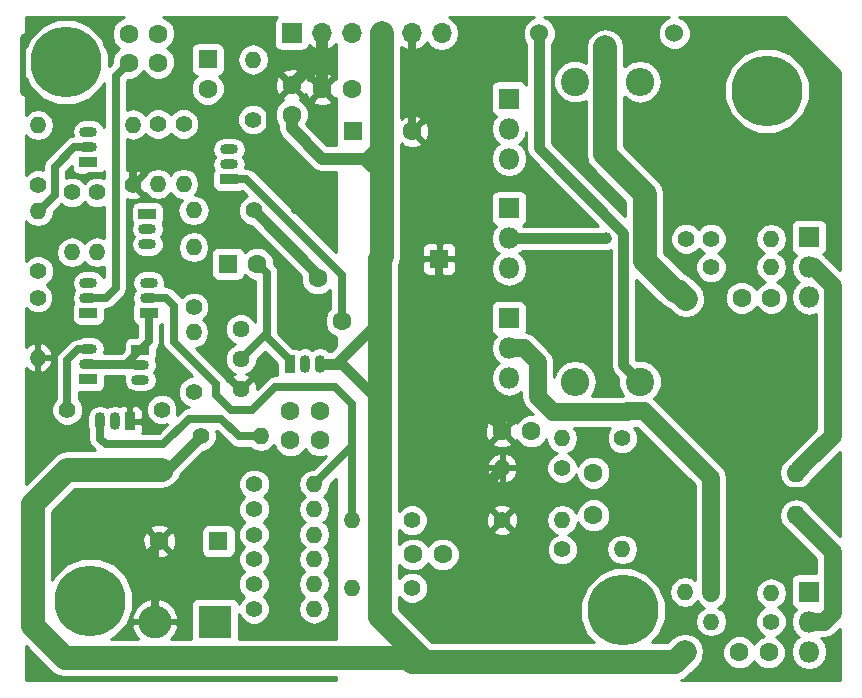
<source format=gbr>
G04 #@! TF.FileFunction,Copper,L2,Bot,Signal*
%FSLAX46Y46*%
G04 Gerber Fmt 4.6, Leading zero omitted, Abs format (unit mm)*
G04 Created by KiCad (PCBNEW 4.0.4-stable) date 09/28/17 23:31:09*
%MOMM*%
%LPD*%
G01*
G04 APERTURE LIST*
%ADD10C,0.100000*%
%ADD11R,1.600000X1.600000*%
%ADD12C,1.600000*%
%ADD13R,2.800000X2.800000*%
%ADD14O,2.800000X2.800000*%
%ADD15C,1.524000*%
%ADD16R,1.800000X1.800000*%
%ADD17O,1.800000X1.800000*%
%ADD18R,1.700000X1.700000*%
%ADD19O,1.700000X1.700000*%
%ADD20C,6.000000*%
%ADD21O,1.500000X0.900000*%
%ADD22R,1.500000X0.900000*%
%ADD23O,0.900000X1.500000*%
%ADD24R,0.900000X1.500000*%
%ADD25C,1.400000*%
%ADD26O,1.400000X1.400000*%
%ADD27C,1.440000*%
%ADD28O,1.600000X1.600000*%
%ADD29C,2.400000*%
%ADD30O,2.400000X2.400000*%
%ADD31C,0.600000*%
%ADD32C,1.000000*%
%ADD33C,2.000000*%
%ADD34C,0.500000*%
%ADD35C,0.700000*%
%ADD36C,1.000000*%
%ADD37C,0.900000*%
%ADD38C,1.500000*%
%ADD39C,0.254000*%
G04 APERTURE END LIST*
D10*
D11*
X35800000Y36450000D03*
D12*
X30800000Y36450000D03*
X28400000Y50850000D03*
X25900000Y50850000D03*
X23300000Y51150000D03*
X23300000Y48650000D03*
D11*
X28500000Y47250000D03*
D12*
X33500000Y47250000D03*
X9500000Y53050000D03*
X12000000Y53050000D03*
X9500000Y55500000D03*
X12000000Y55500000D03*
D11*
X17104653Y12565931D03*
D12*
X12104653Y12565931D03*
D11*
X16200000Y53350000D03*
D12*
X16200000Y50850000D03*
X33600000Y11425000D03*
X36100000Y11425000D03*
D11*
X17900000Y36050000D03*
D12*
X20400000Y36050000D03*
X25700000Y23600000D03*
X23200000Y23600000D03*
X25700000Y21100000D03*
X23200000Y21100000D03*
X43600000Y21850000D03*
X41100000Y21850000D03*
X63700000Y3150000D03*
X61200000Y3150000D03*
X61400000Y33150000D03*
X63900000Y33150000D03*
D13*
X16804653Y5715931D03*
D14*
X11724653Y5715931D03*
D15*
X44270000Y55550000D03*
X55700000Y55550000D03*
D16*
X67100000Y38290000D03*
D17*
X67100000Y35750000D03*
X67100000Y33210000D03*
D18*
X23300000Y55550000D03*
D19*
X25840000Y55550000D03*
X28380000Y55550000D03*
X30920000Y55550000D03*
X33460000Y55550000D03*
X36000000Y55550000D03*
D20*
X4200000Y53100000D03*
X63550000Y50700000D03*
X6250000Y7500000D03*
X51350000Y6700000D03*
D21*
X6100000Y33170000D03*
X6100000Y34440000D03*
D22*
X6100000Y31900000D03*
D21*
X6100000Y27530000D03*
X6100000Y28800000D03*
D22*
X6100000Y26260000D03*
D21*
X11100000Y38970000D03*
X11100000Y37700000D03*
D22*
X11100000Y40240000D03*
D21*
X10500000Y27500000D03*
X10500000Y26230000D03*
D22*
X10500000Y28770000D03*
D21*
X11200000Y33170000D03*
X11200000Y34440000D03*
D22*
X11200000Y31900000D03*
D21*
X6100000Y45920000D03*
X6100000Y47190000D03*
D22*
X6100000Y44650000D03*
D21*
X18000000Y44450000D03*
X18000000Y45720000D03*
D22*
X18000000Y43180000D03*
D23*
X8330000Y22700000D03*
X7060000Y22700000D03*
D24*
X9600000Y22700000D03*
D16*
X41700000Y50030000D03*
D17*
X41700000Y47490000D03*
X41700000Y44950000D03*
D23*
X24430000Y27550000D03*
X25700000Y27550000D03*
D24*
X23160000Y27550000D03*
D16*
X41700000Y40730000D03*
D17*
X41700000Y38190000D03*
X41700000Y35650000D03*
D16*
X41700000Y31430000D03*
D17*
X41700000Y28890000D03*
X41700000Y26350000D03*
D16*
X67100000Y8290000D03*
D17*
X67100000Y5750000D03*
X67100000Y3210000D03*
D25*
X1800000Y33180000D03*
D26*
X1800000Y28100000D03*
D25*
X4700000Y42080000D03*
D26*
X4700000Y37000000D03*
D25*
X4300000Y23680000D03*
D26*
X4300000Y18600000D03*
D25*
X1850000Y42700000D03*
D26*
X1850000Y47780000D03*
D25*
X1850000Y35420000D03*
D26*
X1850000Y40500000D03*
D25*
X6850000Y42080000D03*
D26*
X6850000Y37000000D03*
D25*
X12300000Y23700000D03*
D26*
X12300000Y18620000D03*
D25*
X20129653Y17365931D03*
D26*
X25209653Y17365931D03*
D25*
X20124653Y13115931D03*
D26*
X25204653Y13115931D03*
D25*
X20129653Y15240931D03*
D26*
X25209653Y15240931D03*
D25*
X12000000Y47880000D03*
D26*
X12000000Y42800000D03*
D25*
X9850000Y42750000D03*
D26*
X9850000Y47830000D03*
D25*
X33500000Y14325000D03*
D26*
X28420000Y14325000D03*
D25*
X33525000Y8600000D03*
D26*
X28445000Y8600000D03*
D25*
X14150000Y47880000D03*
D26*
X14150000Y42800000D03*
D25*
X20050000Y48250000D03*
D26*
X20050000Y53330000D03*
D27*
X19000000Y30490000D03*
X19000000Y27950000D03*
X19000000Y25410000D03*
D25*
X15620000Y21450000D03*
D26*
X20700000Y21450000D03*
D25*
X15000000Y32350000D03*
D26*
X15000000Y37430000D03*
D25*
X15000000Y25170000D03*
D26*
X15000000Y30250000D03*
D25*
X20080000Y40550000D03*
D26*
X15000000Y40550000D03*
D25*
X56700000Y38150000D03*
D26*
X56700000Y33070000D03*
D25*
X46200000Y18750000D03*
D26*
X41120000Y18750000D03*
D25*
X41120000Y14350000D03*
D26*
X46200000Y14350000D03*
D25*
X56600000Y3170000D03*
D26*
X56600000Y8250000D03*
D25*
X58820000Y8150000D03*
D26*
X63900000Y8150000D03*
D25*
X58820000Y38150000D03*
D26*
X63900000Y38150000D03*
D25*
X46220000Y11850000D03*
D26*
X51300000Y11850000D03*
D25*
X51300000Y21250000D03*
D26*
X46220000Y21250000D03*
D12*
X48855000Y18350000D03*
D28*
X66000000Y18350000D03*
D12*
X48855000Y14750000D03*
D28*
X66000000Y14750000D03*
D29*
X47300000Y51450000D03*
D30*
X47300000Y26050000D03*
D29*
X52800000Y26050000D03*
D30*
X52800000Y51450000D03*
D25*
X63900000Y5750000D03*
D26*
X58820000Y5750000D03*
D25*
X58820000Y35750000D03*
D26*
X63900000Y35750000D03*
D25*
X20124653Y11015931D03*
D26*
X25204653Y11015931D03*
D25*
X20124653Y6815931D03*
D26*
X25204653Y6815931D03*
D25*
X20099653Y8915931D03*
D26*
X25179653Y8915931D03*
D12*
X49850001Y54350001D03*
D31*
X1900000Y1900000D03*
X10700000Y51600000D03*
X7950000Y54200000D03*
X7550000Y56150000D03*
X1150000Y55700000D03*
X1250000Y49950000D03*
X4150000Y49250000D03*
X2200000Y45100000D03*
X4550000Y43700000D03*
X5800000Y43200000D03*
X7300000Y43550000D03*
X1950000Y23950000D03*
X1800000Y20300000D03*
X9000000Y15350000D03*
X4950000Y15150000D03*
X4900000Y12900000D03*
X8250000Y13150000D03*
X17400000Y31900000D03*
X25150000Y31250000D03*
X23050000Y31250000D03*
X23050000Y35050000D03*
X25050000Y39750000D03*
X25050000Y42100000D03*
X20900000Y43700000D03*
X22200000Y42450000D03*
X23800000Y40900000D03*
X20250000Y38400000D03*
X17550000Y38550000D03*
X17600000Y40450000D03*
X16050000Y42850000D03*
X12350000Y45700000D03*
X15950000Y45800000D03*
X16300000Y48250000D03*
X17900000Y48350000D03*
X20000000Y50550000D03*
X21500000Y49900000D03*
X22100000Y46550000D03*
X23600000Y44900000D03*
X25800000Y43250000D03*
X25850000Y48100000D03*
X68700000Y51150000D03*
X68700000Y48800000D03*
X68750000Y45850000D03*
X60100000Y55300000D03*
X58200000Y53750000D03*
X51950000Y54850000D03*
X41850000Y56650000D03*
X35900000Y25750000D03*
X35450000Y50750000D03*
X35500000Y41650000D03*
X38900000Y44800000D03*
X37700000Y43250000D03*
X38350000Y38500000D03*
X35700000Y20200000D03*
X35600000Y17400000D03*
X38400000Y14700000D03*
X41150000Y11550000D03*
X36400000Y7800000D03*
X36400000Y5600000D03*
X38700000Y4550000D03*
X38950000Y6700000D03*
X41750000Y6700000D03*
X41700000Y4750000D03*
X44400000Y4850000D03*
X44450000Y7000000D03*
X55400000Y11750000D03*
X61050000Y7050000D03*
X55400000Y11750000D03*
X61900000Y10700000D03*
X65650000Y12000000D03*
X63200000Y12100000D03*
X63200000Y16700000D03*
X68400000Y16700000D03*
X65550000Y21350000D03*
X65800000Y24550000D03*
X65800000Y27900000D03*
X61800000Y27900000D03*
X56550000Y28500000D03*
X56850000Y24850000D03*
X59000000Y22100000D03*
X63650000Y22350000D03*
X63600000Y25900000D03*
X47600000Y46000000D03*
X55550000Y45300000D03*
X53550000Y46750000D03*
X57600000Y51400000D03*
X67800000Y40700000D03*
X64350000Y40650000D03*
X61200000Y40800000D03*
X57450000Y40750000D03*
X57550000Y44750000D03*
X57550000Y48000000D03*
X60100000Y46650000D03*
X68750000Y43200000D03*
X67300000Y43150000D03*
X67350000Y45700000D03*
X65400000Y45650000D03*
X65350000Y43250000D03*
X63300000Y43350000D03*
X63300000Y45600000D03*
X61250000Y45550000D03*
X59250000Y45450000D03*
X59100000Y43300000D03*
X61200000Y43250000D03*
X59050000Y26000000D03*
X49100000Y36000000D03*
X46700000Y29550000D03*
X35900000Y23300000D03*
X41650000Y23650000D03*
D12*
X27550000Y31200000D03*
X25500000Y34800000D03*
D32*
X49900000Y38250000D03*
D33*
X53200000Y41950000D02*
X49850001Y45299999D01*
X49850001Y45299999D02*
X49850001Y54350001D01*
X53200000Y36300000D02*
X53200000Y41950000D01*
X55730001Y33769999D02*
X53200000Y36300000D01*
X56700000Y33070000D02*
X56000001Y33769999D01*
X56000001Y33769999D02*
X55730001Y33769999D01*
D34*
X7550000Y56150000D02*
X7550000Y54600000D01*
X7550000Y54600000D02*
X7950000Y54200000D01*
X1250000Y49950000D02*
X599999Y50600001D01*
X599999Y50600001D02*
X599999Y55149999D01*
X599999Y55149999D02*
X1150000Y55700000D01*
X2200000Y45100000D02*
X4150000Y47050000D01*
X4150000Y47050000D02*
X4150000Y49250000D01*
X7300000Y43550000D02*
X6150000Y43550000D01*
X6150000Y43550000D02*
X5800000Y43200000D01*
D35*
X1800000Y20300000D02*
X1800000Y23800000D01*
X1800000Y23800000D02*
X1950000Y23950000D01*
X4950000Y15150000D02*
X8800000Y15150000D01*
X8800000Y15150000D02*
X9000000Y15350000D01*
X8250000Y13150000D02*
X5150000Y13150000D01*
X5150000Y13150000D02*
X4900000Y12900000D01*
X11724653Y5715931D02*
X11724653Y12185931D01*
X11724653Y12185931D02*
X12104653Y12565931D01*
X17400000Y31900000D02*
X17100001Y31600001D01*
X17100001Y31600001D02*
X17100001Y27309999D01*
X17100001Y27309999D02*
X18280001Y26129999D01*
X18280001Y26129999D02*
X19000000Y25410000D01*
X23050000Y35050000D02*
X23050000Y31250000D01*
X20250000Y38400000D02*
X23050000Y35600000D01*
X23050000Y35600000D02*
X23050000Y35050000D01*
X23600000Y40550000D02*
X23600000Y40650000D01*
X23600000Y40650000D02*
X25050000Y42100000D01*
X20900000Y43700000D02*
X22400000Y43700000D01*
X22400000Y43700000D02*
X23600000Y44900000D01*
X23600000Y40550000D02*
X23600000Y41050000D01*
X23600000Y41050000D02*
X22200000Y42450000D01*
X17550000Y38550000D02*
X20100000Y38550000D01*
X20100000Y38550000D02*
X20250000Y38400000D01*
X16050000Y42850000D02*
X16050000Y42000000D01*
X16050000Y42000000D02*
X17600000Y40450000D01*
X15950000Y45800000D02*
X15950000Y42950000D01*
X15950000Y42950000D02*
X16050000Y42850000D01*
X11300000Y45700000D02*
X9850000Y44250000D01*
X9850000Y44250000D02*
X9850000Y42750000D01*
X12350000Y45700000D02*
X11300000Y45700000D01*
X15950000Y45800000D02*
X12450000Y45800000D01*
X12450000Y45800000D02*
X12350000Y45700000D01*
X16300000Y48250000D02*
X16300000Y46150000D01*
X16300000Y46150000D02*
X15950000Y45800000D01*
X20000000Y50550000D02*
X20000000Y50450000D01*
X20000000Y50450000D02*
X17900000Y48350000D01*
X22100000Y46550000D02*
X21500000Y47150000D01*
X21500000Y47150000D02*
X21500000Y49900000D01*
X25800000Y43250000D02*
X25250000Y43250000D01*
X25250000Y43250000D02*
X23600000Y44900000D01*
D36*
X25840000Y55550000D02*
X25840000Y50910000D01*
X25840000Y50910000D02*
X25900000Y50850000D01*
X23300000Y51150000D02*
X25840000Y53690000D01*
X25840000Y53690000D02*
X25840000Y55550000D01*
D33*
X34550001Y2349999D02*
X33510001Y2349999D01*
X33510001Y2349999D02*
X33210000Y2650000D01*
X33730000Y3170000D02*
X34550001Y2349999D01*
X34550001Y2349999D02*
X55779999Y2349999D01*
X55779999Y2349999D02*
X55900001Y2470001D01*
X55900001Y2470001D02*
X56600000Y3170000D01*
X33730000Y3170000D02*
X33210000Y2650000D01*
X33210000Y2650000D02*
X4111998Y2650000D01*
X4111998Y2650000D02*
X1399999Y5361999D01*
X1399999Y5361999D02*
X1399999Y15699999D01*
X1399999Y15699999D02*
X4300000Y18600000D01*
D37*
X12300000Y18620000D02*
X12790000Y18620000D01*
X12790000Y18620000D02*
X15620000Y21450000D01*
D33*
X30800000Y31150000D02*
X30800000Y24350000D01*
X30800000Y24350000D02*
X30800000Y6100000D01*
D37*
X25700000Y27550000D02*
X27600000Y27550000D01*
X27600000Y27550000D02*
X30800000Y24350000D01*
D33*
X30800000Y36450000D02*
X30800000Y31150000D01*
D37*
X27050000Y27550000D02*
X30650000Y31150000D01*
X25700000Y27550000D02*
X27050000Y27550000D01*
X30650000Y31150000D02*
X30800000Y31150000D01*
D33*
X12300000Y18620000D02*
X4320000Y18620000D01*
X4320000Y18620000D02*
X4300000Y18600000D01*
X30920000Y44950000D02*
X30920000Y43500000D01*
X30920000Y43500000D02*
X30920000Y36570000D01*
D36*
X29400000Y44950000D02*
X29470000Y44950000D01*
X29470000Y44950000D02*
X30920000Y43500000D01*
X29400000Y44950000D02*
X30920000Y44950000D01*
X25868630Y44950000D02*
X29400000Y44950000D01*
D33*
X30920000Y55550000D02*
X30920000Y46250000D01*
X30920000Y46250000D02*
X30920000Y44950000D01*
D36*
X29400000Y44950000D02*
X29620000Y44950000D01*
X29620000Y44950000D02*
X30920000Y46250000D01*
X23300000Y48650000D02*
X23300000Y47518630D01*
X23300000Y47518630D02*
X25868630Y44950000D01*
D33*
X30800000Y6100000D02*
X33730000Y3170000D01*
X30920000Y36570000D02*
X30800000Y36450000D01*
D35*
X68750000Y45850000D02*
X68750000Y48750000D01*
X68750000Y48750000D02*
X68700000Y48800000D01*
X67350000Y45700000D02*
X68600000Y45700000D01*
X68600000Y45700000D02*
X68750000Y45850000D01*
X57550000Y48000000D02*
X58750000Y48000000D01*
X58750000Y48000000D02*
X60100000Y46650000D01*
X57600000Y51400000D02*
X57600000Y53150000D01*
X57600000Y53150000D02*
X58200000Y53750000D01*
X51950000Y54850000D02*
X52712001Y54087999D01*
X52712001Y54087999D02*
X54912001Y54087999D01*
X54912001Y54087999D02*
X57300001Y51699999D01*
X57300001Y51699999D02*
X57600000Y51400000D01*
X35450000Y50750000D02*
X35950000Y50750000D01*
X35950000Y50750000D02*
X41850000Y56650000D01*
D37*
X35900000Y25750000D02*
X35900000Y29350000D01*
D35*
X35900000Y23300000D02*
X35900000Y25750000D01*
X33500000Y47250000D02*
X33500000Y52750000D01*
X33500000Y52750000D02*
X33500000Y55510000D01*
X35450000Y50750000D02*
X35150001Y51049999D01*
X35150001Y51049999D02*
X35150001Y51099999D01*
X35150001Y51099999D02*
X33500000Y52750000D01*
X33500000Y55510000D02*
X33460000Y55550000D01*
X38900000Y44800000D02*
X38900000Y47300000D01*
X38900000Y47300000D02*
X35450000Y50750000D01*
X37700000Y43250000D02*
X37100000Y43250000D01*
X37100000Y43250000D02*
X35500000Y41650000D01*
X38350000Y38500000D02*
X38350000Y42600000D01*
X38350000Y42600000D02*
X37700000Y43250000D01*
X35900000Y29350000D02*
X35800000Y29450000D01*
X35800000Y29450000D02*
X35800000Y36450000D01*
D37*
X35700000Y20200000D02*
X35700000Y23100000D01*
X35700000Y23100000D02*
X35900000Y23300000D01*
X38400000Y14700000D02*
X38300000Y14700000D01*
X38300000Y14700000D02*
X35600000Y17400000D01*
X38400000Y14700000D02*
X38400000Y16030000D01*
X38400000Y16030000D02*
X41120000Y18750000D01*
X36400000Y7800000D02*
X37400000Y7800000D01*
X37400000Y7800000D02*
X41150000Y11550000D01*
X38700000Y4550000D02*
X37450000Y4550000D01*
X37450000Y4550000D02*
X36400000Y5600000D01*
X41750000Y6700000D02*
X38950000Y6700000D01*
X44400000Y4850000D02*
X41800000Y4850000D01*
X41800000Y4850000D02*
X41700000Y4750000D01*
X48800000Y11900000D02*
X48800000Y11350000D01*
X48800000Y11350000D02*
X44450000Y7000000D01*
X50450000Y13550000D02*
X48800000Y11900000D01*
X53175736Y13550000D02*
X50450000Y13550000D01*
X55400000Y11750000D02*
X54975736Y11750000D01*
X54975736Y11750000D02*
X53175736Y13550000D01*
X61900000Y10700000D02*
X61900000Y7900000D01*
X61900000Y7900000D02*
X61050000Y7050000D01*
X65650000Y12000000D02*
X63200000Y12000000D01*
X63200000Y12000000D02*
X61900000Y10700000D01*
X63200000Y16700000D02*
X63200000Y12100000D01*
X68400000Y16700000D02*
X63200000Y16700000D01*
X65800000Y27900000D02*
X65800000Y24550000D01*
X59050000Y26000000D02*
X59900000Y26000000D01*
X59900000Y26000000D02*
X61800000Y27900000D01*
X56850000Y24850000D02*
X56850000Y28200000D01*
X56850000Y28200000D02*
X56550000Y28500000D01*
X63650000Y22350000D02*
X59250000Y22350000D01*
X59250000Y22350000D02*
X59000000Y22100000D01*
X59050000Y26000000D02*
X63500000Y26000000D01*
X63500000Y26000000D02*
X63600000Y25900000D01*
X53550000Y46750000D02*
X54100000Y46750000D01*
X54100000Y46750000D02*
X55550000Y45300000D01*
X57550000Y48000000D02*
X57550000Y51350000D01*
X57550000Y51350000D02*
X57600000Y51400000D01*
X67800000Y40700000D02*
X68700000Y41600000D01*
X68700000Y41600000D02*
X68700000Y43150000D01*
X61200000Y35750000D02*
X61200000Y40800000D01*
X61200000Y40800000D02*
X61200000Y43250000D01*
X57450000Y40750000D02*
X61150000Y40750000D01*
X61150000Y40750000D02*
X61200000Y40800000D01*
X57550000Y48000000D02*
X57550000Y44750000D01*
X67300000Y43150000D02*
X68700000Y43150000D01*
X68700000Y43150000D02*
X68750000Y43200000D01*
X65400000Y45650000D02*
X67300000Y45650000D01*
X67300000Y45650000D02*
X67350000Y45700000D01*
X63300000Y43350000D02*
X65250000Y43350000D01*
X65250000Y43350000D02*
X65350000Y43250000D01*
X61250000Y45550000D02*
X63250000Y45550000D01*
X63250000Y45550000D02*
X63300000Y45600000D01*
X59100000Y43300000D02*
X59100000Y45300000D01*
X59100000Y45300000D02*
X59250000Y45450000D01*
X59050000Y33600000D02*
X61200000Y35750000D01*
X59050000Y33200000D02*
X59050000Y33600000D01*
X59050000Y26000000D02*
X59050000Y33200000D01*
X46700000Y29550000D02*
X46700000Y33600000D01*
X46700000Y33600000D02*
X49100000Y36000000D01*
X43000000Y33500000D02*
X43000000Y33250000D01*
X43000000Y33250000D02*
X46700000Y29550000D01*
X40050000Y33500000D02*
X43000000Y33500000D01*
X35900000Y29350000D02*
X40050000Y33500000D01*
D33*
X41025736Y23450000D02*
X36050000Y23450000D01*
X36050000Y23450000D02*
X35900000Y23300000D01*
X41650000Y23650000D02*
X41225736Y23650000D01*
X41225736Y23650000D02*
X41025736Y23450000D01*
D35*
X8400000Y51950000D02*
X9500000Y53050000D01*
X8400000Y34020000D02*
X8400000Y51950000D01*
X7550000Y33170000D02*
X8400000Y34020000D01*
X6100000Y33170000D02*
X7550000Y33170000D01*
X27550000Y31200000D02*
X27550000Y35100000D01*
X27550000Y35100000D02*
X19470000Y43180000D01*
X19470000Y43180000D02*
X19450000Y43180000D01*
X19450000Y43180000D02*
X18000000Y43180000D01*
X20400000Y36050000D02*
X21199999Y35250001D01*
X23160000Y27850000D02*
X23160000Y27550000D01*
X21199999Y35250001D02*
X21199999Y29810001D01*
X21199999Y29810001D02*
X23160000Y27850000D01*
X21149999Y30099999D02*
X19000000Y27950000D01*
D37*
X51399991Y27450009D02*
X51600001Y27249999D01*
X51399991Y38674013D02*
X51399991Y27450009D01*
X44270000Y45804004D02*
X51399991Y38674013D01*
X44270000Y55550000D02*
X44270000Y45804004D01*
X51600001Y27249999D02*
X52800000Y26050000D01*
D38*
X67100000Y35750000D02*
X67520002Y35750000D01*
X67520002Y35750000D02*
X69100001Y34170001D01*
X69100001Y34170001D02*
X69100001Y21450001D01*
X69100001Y21450001D02*
X66799999Y19149999D01*
X66799999Y19149999D02*
X66000000Y18350000D01*
D35*
X9260000Y27530000D02*
X10100000Y28370000D01*
X11200000Y29470000D02*
X10100000Y28370000D01*
X10100000Y28370000D02*
X10500000Y28770000D01*
X11200000Y31900000D02*
X11200000Y29470000D01*
X6100000Y27530000D02*
X9260000Y27530000D01*
X10500000Y27500000D02*
X6130000Y27500000D01*
X6130000Y27500000D02*
X6100000Y27530000D01*
X6100000Y28800000D02*
X5250000Y28800000D01*
X5250000Y28800000D02*
X4300000Y27850000D01*
X4300000Y27850000D02*
X4300000Y23680000D01*
X28420000Y24130000D02*
X28420000Y21950000D01*
X28420000Y21950000D02*
X28420000Y14325000D01*
X25209653Y17365931D02*
X28420000Y20576278D01*
X28420000Y20576278D02*
X28420000Y21950000D01*
X11200000Y33170000D02*
X12650000Y33170000D01*
X12650000Y33170000D02*
X13350000Y32470000D01*
X13350000Y32470000D02*
X13350000Y29400000D01*
X18150000Y23650000D02*
X19950000Y23650000D01*
X13350000Y29400000D02*
X16900000Y25850000D01*
X26950000Y25600000D02*
X28420000Y24130000D01*
X16900000Y25850000D02*
X16900000Y24900000D01*
X21900000Y25600000D02*
X26950000Y25600000D01*
X16900000Y24900000D02*
X18150000Y23650000D01*
X19950000Y23650000D02*
X21900000Y25600000D01*
X6100000Y45920000D02*
X4909998Y45920000D01*
X4909998Y45920000D02*
X3250001Y44260003D01*
X3250001Y44260003D02*
X3250001Y41900001D01*
X3250001Y41900001D02*
X2549999Y41199999D01*
X2549999Y41199999D02*
X1850000Y40500000D01*
X7060000Y22700000D02*
X7060000Y21240000D01*
X7060000Y21240000D02*
X7550000Y20750000D01*
X17365072Y22899989D02*
X18815061Y21450000D01*
X7550000Y20750000D02*
X12450000Y20750000D01*
X18815061Y21450000D02*
X20700000Y21450000D01*
X12450000Y20750000D02*
X14599989Y22899989D01*
X14599989Y22899989D02*
X17365072Y22899989D01*
D37*
X25500000Y34800000D02*
X25500000Y35130000D01*
X25500000Y35130000D02*
X20080000Y40550000D01*
X41700000Y38190000D02*
X49840000Y38190000D01*
X49840000Y38190000D02*
X49900000Y38250000D01*
D38*
X41700000Y28890000D02*
X42972792Y28890000D01*
X51764002Y23550000D02*
X53150000Y23550000D01*
X42972792Y28890000D02*
X44150000Y27712792D01*
X44150000Y27712792D02*
X44150000Y24800000D01*
X53150000Y23550000D02*
X58820000Y17880000D01*
X44150000Y24800000D02*
X45450000Y23500000D01*
X45450000Y23500000D02*
X51714002Y23500000D01*
X51714002Y23500000D02*
X51764002Y23550000D01*
X58820000Y17880000D02*
X58820000Y8150000D01*
X66000000Y14750000D02*
X69100001Y11649999D01*
X69100001Y6477209D02*
X68372792Y5750000D01*
X69100001Y11649999D02*
X69100001Y6477209D01*
X68372792Y5750000D02*
X67100000Y5750000D01*
D39*
G36*
X43479697Y56735010D02*
X43086371Y56342370D01*
X42873243Y55829100D01*
X42872758Y55273339D01*
X43084990Y54759697D01*
X43185000Y54659512D01*
X43185000Y51193542D01*
X43064090Y51381441D01*
X42851890Y51526431D01*
X42600000Y51577440D01*
X40800000Y51577440D01*
X40564683Y51533162D01*
X40348559Y51394090D01*
X40203569Y51181890D01*
X40152560Y50930000D01*
X40152560Y49130000D01*
X40196838Y48894683D01*
X40335910Y48678559D01*
X40548110Y48533569D01*
X40564344Y48530281D01*
X40281845Y48107491D01*
X40165000Y47520072D01*
X40165000Y47459928D01*
X40281845Y46872509D01*
X40614591Y46374519D01*
X40845845Y46220000D01*
X40614591Y46065481D01*
X40281845Y45567491D01*
X40165000Y44980072D01*
X40165000Y44919928D01*
X40281845Y44332509D01*
X40614591Y43834519D01*
X41112581Y43501773D01*
X41700000Y43384928D01*
X42287419Y43501773D01*
X42785409Y43834519D01*
X43118155Y44332509D01*
X43235000Y44919928D01*
X43235000Y44980072D01*
X43118155Y45567491D01*
X42785409Y46065481D01*
X42554155Y46220000D01*
X42785409Y46374519D01*
X43118155Y46872509D01*
X43185000Y47208561D01*
X43185000Y45804004D01*
X43267591Y45388792D01*
X43326921Y45299999D01*
X43502789Y45036793D01*
X49264582Y39275000D01*
X42910163Y39275000D01*
X43051441Y39365910D01*
X43196431Y39578110D01*
X43247440Y39830000D01*
X43247440Y41630000D01*
X43203162Y41865317D01*
X43064090Y42081441D01*
X42851890Y42226431D01*
X42600000Y42277440D01*
X40800000Y42277440D01*
X40564683Y42233162D01*
X40348559Y42094090D01*
X40203569Y41881890D01*
X40152560Y41630000D01*
X40152560Y39830000D01*
X40196838Y39594683D01*
X40335910Y39378559D01*
X40548110Y39233569D01*
X40564344Y39230281D01*
X40281845Y38807491D01*
X40165000Y38220072D01*
X40165000Y38159928D01*
X40281845Y37572509D01*
X40614591Y37074519D01*
X40845845Y36920000D01*
X40614591Y36765481D01*
X40281845Y36267491D01*
X40165000Y35680072D01*
X40165000Y35619928D01*
X40281845Y35032509D01*
X40614591Y34534519D01*
X41112581Y34201773D01*
X41700000Y34084928D01*
X42287419Y34201773D01*
X42785409Y34534519D01*
X43118155Y35032509D01*
X43235000Y35619928D01*
X43235000Y35680072D01*
X43118155Y36267491D01*
X42785409Y36765481D01*
X42554155Y36920000D01*
X42785409Y37074519D01*
X42805776Y37105000D01*
X49840000Y37105000D01*
X49890311Y37115008D01*
X50124775Y37114803D01*
X50314991Y37193399D01*
X50314991Y27450009D01*
X50397582Y27034797D01*
X50531224Y26834788D01*
X50632780Y26682798D01*
X50965261Y26350317D01*
X50964682Y25686597D01*
X51243455Y25011914D01*
X51370148Y24885000D01*
X48710123Y24885000D01*
X48995319Y25311826D01*
X49135000Y26014050D01*
X49135000Y26085950D01*
X48995319Y26788174D01*
X48597541Y27383491D01*
X48002224Y27781269D01*
X47300000Y27920950D01*
X46597776Y27781269D01*
X46002459Y27383491D01*
X45604681Y26788174D01*
X45535000Y26437864D01*
X45535000Y27712792D01*
X45500809Y27884681D01*
X45429574Y28242808D01*
X45129343Y28692135D01*
X43952135Y29869343D01*
X43932354Y29882560D01*
X43502809Y30169573D01*
X43167802Y30236210D01*
X43196431Y30278110D01*
X43247440Y30530000D01*
X43247440Y32330000D01*
X43203162Y32565317D01*
X43064090Y32781441D01*
X42851890Y32926431D01*
X42600000Y32977440D01*
X40800000Y32977440D01*
X40564683Y32933162D01*
X40348559Y32794090D01*
X40203569Y32581890D01*
X40152560Y32330000D01*
X40152560Y30530000D01*
X40196838Y30294683D01*
X40335910Y30078559D01*
X40548110Y29933569D01*
X40564344Y29930281D01*
X40281845Y29507491D01*
X40165000Y28920072D01*
X40165000Y28859928D01*
X40281845Y28272509D01*
X40614591Y27774519D01*
X40845845Y27620000D01*
X40614591Y27465481D01*
X40281845Y26967491D01*
X40165000Y26380072D01*
X40165000Y26319928D01*
X40281845Y25732509D01*
X40614591Y25234519D01*
X41112581Y24901773D01*
X41700000Y24784928D01*
X42287419Y24901773D01*
X42765000Y25220882D01*
X42765000Y24800000D01*
X42870427Y24269983D01*
X42997359Y24080016D01*
X43170657Y23820657D01*
X43706407Y23284907D01*
X43315813Y23285248D01*
X42788200Y23067243D01*
X42384176Y22663923D01*
X42356577Y22597456D01*
X42353864Y22604005D01*
X42107745Y22678139D01*
X41279605Y21850000D01*
X42107745Y21021861D01*
X42353864Y21095995D01*
X42356196Y21102483D01*
X42382757Y21038200D01*
X42786077Y20634176D01*
X43313309Y20415250D01*
X43884187Y20414752D01*
X44411800Y20632757D01*
X44815824Y21036077D01*
X44873682Y21175414D01*
X44960467Y20739118D01*
X45249858Y20306012D01*
X45682964Y20016621D01*
X45741424Y20004992D01*
X45444771Y19882418D01*
X45068902Y19507204D01*
X44865232Y19016713D01*
X44864769Y18485617D01*
X45067582Y17994771D01*
X45442796Y17618902D01*
X45933287Y17415232D01*
X46464383Y17414769D01*
X46955229Y17617582D01*
X47331098Y17992796D01*
X47419875Y18206594D01*
X47419752Y18065813D01*
X47637757Y17538200D01*
X48041077Y17134176D01*
X48568309Y16915250D01*
X49139187Y16914752D01*
X49666800Y17132757D01*
X50070824Y17536077D01*
X50289750Y18063309D01*
X50290248Y18634187D01*
X50072243Y19161800D01*
X49668923Y19565824D01*
X49141691Y19784750D01*
X48570813Y19785248D01*
X48043200Y19567243D01*
X47639176Y19163923D01*
X47535143Y18913384D01*
X47535231Y19014383D01*
X47332418Y19505229D01*
X46957204Y19881098D01*
X46671705Y19999648D01*
X46757036Y20016621D01*
X47190142Y20306012D01*
X47479533Y20739118D01*
X47581154Y21250000D01*
X47479533Y21760882D01*
X47242920Y22115000D01*
X50276886Y22115000D01*
X50168902Y22007204D01*
X49965232Y21516713D01*
X49964769Y20985617D01*
X50167582Y20494771D01*
X50542796Y20118902D01*
X51033287Y19915232D01*
X51564383Y19914769D01*
X52055229Y20117582D01*
X52431098Y20492796D01*
X52634768Y20983287D01*
X52635231Y21514383D01*
X52432418Y22005229D01*
X52272925Y22165000D01*
X52576314Y22165000D01*
X57435000Y17306314D01*
X57435000Y9292965D01*
X57110882Y9509533D01*
X56600000Y9611154D01*
X56089118Y9509533D01*
X55656012Y9220142D01*
X55366621Y8787036D01*
X55265000Y8276154D01*
X55265000Y8223846D01*
X55366621Y7712964D01*
X55656012Y7279858D01*
X56089118Y6990467D01*
X56600000Y6888846D01*
X57110882Y6990467D01*
X57543988Y7279858D01*
X57655839Y7447256D01*
X57682191Y7407818D01*
X57687582Y7394771D01*
X57697643Y7384692D01*
X57840657Y7170657D01*
X58052824Y7028892D01*
X58062796Y7018902D01*
X58075947Y7013441D01*
X58201951Y6929248D01*
X57849858Y6693988D01*
X57560467Y6260882D01*
X57458846Y5750000D01*
X57560467Y5239118D01*
X57849858Y4806012D01*
X58282964Y4516621D01*
X58793846Y4415000D01*
X58846154Y4415000D01*
X59357036Y4516621D01*
X59790142Y4806012D01*
X60079533Y5239118D01*
X60181154Y5750000D01*
X60079533Y6260882D01*
X59790142Y6693988D01*
X59438049Y6929248D01*
X59562182Y7012191D01*
X59575229Y7017582D01*
X59585308Y7027643D01*
X59799343Y7170657D01*
X59941108Y7382824D01*
X59951098Y7392796D01*
X59956559Y7405947D01*
X60099573Y7619983D01*
X60149354Y7870249D01*
X60154768Y7883287D01*
X60154780Y7897529D01*
X60205000Y8150000D01*
X60205000Y17880000D01*
X60099573Y18410017D01*
X59799343Y18859343D01*
X54129343Y24529343D01*
X53976405Y24631533D01*
X54354730Y25009199D01*
X54634681Y25683395D01*
X54635318Y26413403D01*
X54356545Y27088086D01*
X53840801Y27604730D01*
X53166605Y27884681D01*
X52499159Y27885263D01*
X52484991Y27899431D01*
X52484991Y34702769D01*
X54573879Y32613882D01*
X54573881Y32613879D01*
X54827657Y32444312D01*
X55104314Y32259456D01*
X55221642Y32236118D01*
X55543880Y31913880D01*
X56074312Y31559457D01*
X56700000Y31434999D01*
X57325688Y31559457D01*
X57856120Y31913880D01*
X58210543Y32444312D01*
X58294385Y32865813D01*
X59964752Y32865813D01*
X60182757Y32338200D01*
X60586077Y31934176D01*
X61113309Y31715250D01*
X61684187Y31714752D01*
X62211800Y31932757D01*
X62615824Y32336077D01*
X62649813Y32417931D01*
X62682757Y32338200D01*
X63086077Y31934176D01*
X63613309Y31715250D01*
X64184187Y31714752D01*
X64711800Y31932757D01*
X65115824Y32336077D01*
X65334750Y32863309D01*
X65335248Y33434187D01*
X65117243Y33961800D01*
X64713923Y34365824D01*
X64378706Y34505018D01*
X64437036Y34516621D01*
X64870142Y34806012D01*
X65159533Y35239118D01*
X65261154Y35750000D01*
X65159533Y36260882D01*
X64870142Y36693988D01*
X64486991Y36950000D01*
X64870142Y37206012D01*
X65159533Y37639118D01*
X65261154Y38150000D01*
X65159533Y38660882D01*
X64870142Y39093988D01*
X64437036Y39383379D01*
X63926154Y39485000D01*
X63873846Y39485000D01*
X63362964Y39383379D01*
X62929858Y39093988D01*
X62640467Y38660882D01*
X62538846Y38150000D01*
X62640467Y37639118D01*
X62929858Y37206012D01*
X63313009Y36950000D01*
X62929858Y36693988D01*
X62640467Y36260882D01*
X62538846Y35750000D01*
X62640467Y35239118D01*
X62929858Y34806012D01*
X63362964Y34516621D01*
X63421529Y34504972D01*
X63088200Y34367243D01*
X62684176Y33963923D01*
X62650187Y33882069D01*
X62617243Y33961800D01*
X62213923Y34365824D01*
X61686691Y34584750D01*
X61115813Y34585248D01*
X60588200Y34367243D01*
X60184176Y33963923D01*
X59965250Y33436691D01*
X59964752Y32865813D01*
X58294385Y32865813D01*
X58335001Y33070000D01*
X58210543Y33695688D01*
X57856120Y34226120D01*
X57156121Y34926119D01*
X56625689Y35280542D01*
X56508358Y35303881D01*
X54835000Y36977240D01*
X54835000Y37885617D01*
X55364769Y37885617D01*
X55567582Y37394771D01*
X55942796Y37018902D01*
X56433287Y36815232D01*
X56964383Y36814769D01*
X57455229Y37017582D01*
X57760202Y37322024D01*
X58062796Y37018902D01*
X58228532Y36950082D01*
X58064771Y36882418D01*
X57688902Y36507204D01*
X57485232Y36016713D01*
X57484769Y35485617D01*
X57687582Y34994771D01*
X58062796Y34618902D01*
X58553287Y34415232D01*
X59084383Y34414769D01*
X59575229Y34617582D01*
X59951098Y34992796D01*
X60154768Y35483287D01*
X60155231Y36014383D01*
X59952418Y36505229D01*
X59577204Y36881098D01*
X59411468Y36949918D01*
X59575229Y37017582D01*
X59951098Y37392796D01*
X60154768Y37883287D01*
X60155231Y38414383D01*
X59952418Y38905229D01*
X59577204Y39281098D01*
X59086713Y39484768D01*
X58555617Y39485231D01*
X58064771Y39282418D01*
X57759798Y38977976D01*
X57457204Y39281098D01*
X56966713Y39484768D01*
X56435617Y39485231D01*
X55944771Y39282418D01*
X55568902Y38907204D01*
X55365232Y38416713D01*
X55364769Y37885617D01*
X54835000Y37885617D01*
X54835000Y41949995D01*
X54835001Y41950000D01*
X54710543Y42575688D01*
X54356120Y43106120D01*
X51485001Y45977239D01*
X51485001Y50142637D01*
X51502459Y50116509D01*
X52097776Y49718731D01*
X52800000Y49579050D01*
X53502224Y49718731D01*
X53893429Y49980126D01*
X59914370Y49980126D01*
X60466600Y48643628D01*
X61488249Y47620194D01*
X62823782Y47065632D01*
X64269874Y47064370D01*
X65606372Y47616600D01*
X66629806Y48638249D01*
X67184368Y49973782D01*
X67185630Y51419874D01*
X66633400Y52756372D01*
X65611751Y53779806D01*
X64276218Y54334368D01*
X62830126Y54335630D01*
X61493628Y53783400D01*
X60470194Y52761751D01*
X59915632Y51426218D01*
X59914370Y49980126D01*
X53893429Y49980126D01*
X54097541Y50116509D01*
X54495319Y50711826D01*
X54635000Y51414050D01*
X54635000Y51485950D01*
X54495319Y52188174D01*
X54097541Y52783491D01*
X53502224Y53181269D01*
X52800000Y53320950D01*
X52097776Y53181269D01*
X51502459Y52783491D01*
X51485001Y52757363D01*
X51485001Y54350001D01*
X51360544Y54975688D01*
X51006121Y55506121D01*
X50475688Y55860544D01*
X49850001Y55985001D01*
X49224314Y55860544D01*
X48693881Y55506121D01*
X48339458Y54975688D01*
X48215001Y54350001D01*
X48215001Y53056967D01*
X47666605Y53284681D01*
X46936597Y53285318D01*
X46261914Y53006545D01*
X45745270Y52490801D01*
X45465319Y51816605D01*
X45464682Y51086597D01*
X45743455Y50411914D01*
X46259199Y49895270D01*
X46933395Y49615319D01*
X47663403Y49614682D01*
X48215001Y49842597D01*
X48215001Y45300004D01*
X48215000Y45299999D01*
X48339458Y44674311D01*
X48693881Y44143879D01*
X51565000Y41272760D01*
X51565000Y40043426D01*
X45355000Y46253426D01*
X45355000Y54659173D01*
X45453629Y54757630D01*
X45666757Y55270900D01*
X45667242Y55826661D01*
X45455010Y56340303D01*
X45062370Y56733629D01*
X44685786Y56890000D01*
X55284802Y56890000D01*
X54909697Y56735010D01*
X54516371Y56342370D01*
X54303243Y55829100D01*
X54302758Y55273339D01*
X54514990Y54759697D01*
X54907630Y54366371D01*
X55420900Y54153243D01*
X55976661Y54152758D01*
X56490303Y54364990D01*
X56883629Y54757630D01*
X57096757Y55270900D01*
X57097242Y55826661D01*
X56885010Y56340303D01*
X56492370Y56733629D01*
X56115786Y56890000D01*
X65105908Y56890000D01*
X69690000Y52305908D01*
X69690000Y35538688D01*
X68499345Y36729343D01*
X68445261Y36765481D01*
X68325983Y36845180D01*
X68451441Y36925910D01*
X68596431Y37138110D01*
X68647440Y37390000D01*
X68647440Y39190000D01*
X68603162Y39425317D01*
X68464090Y39641441D01*
X68251890Y39786431D01*
X68000000Y39837440D01*
X66200000Y39837440D01*
X65964683Y39793162D01*
X65748559Y39654090D01*
X65603569Y39441890D01*
X65552560Y39190000D01*
X65552560Y37390000D01*
X65596838Y37154683D01*
X65735910Y36938559D01*
X65948110Y36793569D01*
X65964344Y36790281D01*
X65681845Y36367491D01*
X65565000Y35780072D01*
X65565000Y35719928D01*
X65681845Y35132509D01*
X66014591Y34634519D01*
X66245845Y34480000D01*
X66014591Y34325481D01*
X65681845Y33827491D01*
X65565000Y33240072D01*
X65565000Y33179928D01*
X65681845Y32592509D01*
X66014591Y32094519D01*
X66512581Y31761773D01*
X67100000Y31644928D01*
X67687419Y31761773D01*
X67715001Y31780203D01*
X67715001Y22023687D01*
X65255010Y19563696D01*
X64957189Y19364698D01*
X64646120Y18899151D01*
X64536887Y18350000D01*
X64646120Y17800849D01*
X64957189Y17335302D01*
X65422736Y17024233D01*
X65971887Y16915000D01*
X66028113Y16915000D01*
X66577264Y17024233D01*
X67042811Y17335302D01*
X67241809Y17633123D01*
X69690000Y20081314D01*
X69690000Y13018686D01*
X67241809Y15466877D01*
X67042811Y15764698D01*
X66577264Y16075767D01*
X66028113Y16185000D01*
X65971887Y16185000D01*
X65422736Y16075767D01*
X64957189Y15764698D01*
X64646120Y15299151D01*
X64536887Y14750000D01*
X64646120Y14200849D01*
X64957189Y13735302D01*
X65255010Y13536304D01*
X67715001Y11076313D01*
X67715001Y9837440D01*
X66200000Y9837440D01*
X65964683Y9793162D01*
X65748559Y9654090D01*
X65603569Y9441890D01*
X65552560Y9190000D01*
X65552560Y7390000D01*
X65596838Y7154683D01*
X65735910Y6938559D01*
X65948110Y6793569D01*
X65964344Y6790281D01*
X65681845Y6367491D01*
X65565000Y5780072D01*
X65565000Y5719928D01*
X65681845Y5132509D01*
X66014591Y4634519D01*
X66245845Y4480000D01*
X66014591Y4325481D01*
X65681845Y3827491D01*
X65565000Y3240072D01*
X65565000Y3179928D01*
X65681845Y2592509D01*
X66014591Y2094519D01*
X66512581Y1761773D01*
X67100000Y1644928D01*
X67687419Y1761773D01*
X68185409Y2094519D01*
X68518155Y2592509D01*
X68635000Y3179928D01*
X68635000Y3240072D01*
X68518155Y3827491D01*
X68185409Y4325481D01*
X68126265Y4365000D01*
X68372792Y4365000D01*
X68902809Y4470427D01*
X69352135Y4770657D01*
X69690000Y5108522D01*
X69690000Y810000D01*
X56257603Y810000D01*
X56405687Y839456D01*
X56936119Y1193879D01*
X57056118Y1313879D01*
X57056121Y1313881D01*
X57756120Y2013880D01*
X58110543Y2544312D01*
X58174493Y2865813D01*
X59764752Y2865813D01*
X59982757Y2338200D01*
X60386077Y1934176D01*
X60913309Y1715250D01*
X61484187Y1714752D01*
X62011800Y1932757D01*
X62415824Y2336077D01*
X62449813Y2417931D01*
X62482757Y2338200D01*
X62886077Y1934176D01*
X63413309Y1715250D01*
X63984187Y1714752D01*
X64511800Y1932757D01*
X64915824Y2336077D01*
X65134750Y2863309D01*
X65135248Y3434187D01*
X64917243Y3961800D01*
X64513923Y4365824D01*
X64280503Y4462749D01*
X64655229Y4617582D01*
X65031098Y4992796D01*
X65234768Y5483287D01*
X65235231Y6014383D01*
X65032418Y6505229D01*
X64657204Y6881098D01*
X64488631Y6951096D01*
X64870142Y7206012D01*
X65159533Y7639118D01*
X65261154Y8150000D01*
X65159533Y8660882D01*
X64870142Y9093988D01*
X64437036Y9383379D01*
X63926154Y9485000D01*
X63873846Y9485000D01*
X63362964Y9383379D01*
X62929858Y9093988D01*
X62640467Y8660882D01*
X62538846Y8150000D01*
X62640467Y7639118D01*
X62929858Y7206012D01*
X63311222Y6951194D01*
X63144771Y6882418D01*
X62768902Y6507204D01*
X62565232Y6016713D01*
X62564769Y5485617D01*
X62767582Y4994771D01*
X63142796Y4618902D01*
X63319591Y4545490D01*
X62888200Y4367243D01*
X62484176Y3963923D01*
X62450187Y3882069D01*
X62417243Y3961800D01*
X62013923Y4365824D01*
X61486691Y4584750D01*
X60915813Y4585248D01*
X60388200Y4367243D01*
X59984176Y3963923D01*
X59765250Y3436691D01*
X59764752Y2865813D01*
X58174493Y2865813D01*
X58235001Y3170000D01*
X58110543Y3795688D01*
X57756120Y4326120D01*
X57225688Y4680543D01*
X56600000Y4805001D01*
X55974312Y4680543D01*
X55443880Y4326120D01*
X55102759Y3984999D01*
X53775415Y3984999D01*
X54429806Y4638249D01*
X54984368Y5973782D01*
X54985630Y7419874D01*
X54433400Y8756372D01*
X53411751Y9779806D01*
X52076218Y10334368D01*
X50630126Y10335630D01*
X49293628Y9783400D01*
X48270194Y8761751D01*
X47715632Y7426218D01*
X47714370Y5980126D01*
X48266600Y4643628D01*
X48924080Y3984999D01*
X35227241Y3984999D01*
X34886120Y4326120D01*
X34886117Y4326122D01*
X32435000Y6777240D01*
X32435000Y7802279D01*
X32767796Y7468902D01*
X33258287Y7265232D01*
X33789383Y7264769D01*
X34280229Y7467582D01*
X34656098Y7842796D01*
X34859768Y8333287D01*
X34860231Y8864383D01*
X34657418Y9355229D01*
X34282204Y9731098D01*
X33791713Y9934768D01*
X33260617Y9935231D01*
X32769771Y9732418D01*
X32435000Y9398230D01*
X32435000Y10560866D01*
X32786077Y10209176D01*
X33313309Y9990250D01*
X33884187Y9989752D01*
X34411800Y10207757D01*
X34815824Y10611077D01*
X34849813Y10692931D01*
X34882757Y10613200D01*
X35286077Y10209176D01*
X35813309Y9990250D01*
X36384187Y9989752D01*
X36911800Y10207757D01*
X37315824Y10611077D01*
X37534750Y11138309D01*
X37535248Y11709187D01*
X37317243Y12236800D01*
X36913923Y12640824D01*
X36386691Y12859750D01*
X35815813Y12860248D01*
X35288200Y12642243D01*
X34884176Y12238923D01*
X34850187Y12157069D01*
X34817243Y12236800D01*
X34413923Y12640824D01*
X33886691Y12859750D01*
X33315813Y12860248D01*
X32788200Y12642243D01*
X32435000Y12289658D01*
X32435000Y13502235D01*
X32742796Y13193902D01*
X33233287Y12990232D01*
X33764383Y12989769D01*
X34255229Y13192582D01*
X34477759Y13414725D01*
X40364331Y13414725D01*
X40426169Y13178958D01*
X40927122Y13002581D01*
X41457440Y13031336D01*
X41813831Y13178958D01*
X41875669Y13414725D01*
X41120000Y14170395D01*
X40364331Y13414725D01*
X34477759Y13414725D01*
X34631098Y13567796D01*
X34834768Y14058287D01*
X34835190Y14542878D01*
X39772581Y14542878D01*
X39801336Y14012560D01*
X39948958Y13656169D01*
X40184725Y13594331D01*
X40940395Y14350000D01*
X41299605Y14350000D01*
X42055275Y13594331D01*
X42291042Y13656169D01*
X42467419Y14157122D01*
X42456961Y14350000D01*
X44838846Y14350000D01*
X44940467Y13839118D01*
X45229858Y13406012D01*
X45662964Y13116621D01*
X45748426Y13099622D01*
X45464771Y12982418D01*
X45088902Y12607204D01*
X44885232Y12116713D01*
X44884769Y11585617D01*
X45087582Y11094771D01*
X45462796Y10718902D01*
X45953287Y10515232D01*
X46484383Y10514769D01*
X46975229Y10717582D01*
X47351098Y11092796D01*
X47554768Y11583287D01*
X47555000Y11850000D01*
X49938846Y11850000D01*
X50040467Y11339118D01*
X50329858Y10906012D01*
X50762964Y10616621D01*
X51273846Y10515000D01*
X51326154Y10515000D01*
X51837036Y10616621D01*
X52270142Y10906012D01*
X52559533Y11339118D01*
X52661154Y11850000D01*
X52559533Y12360882D01*
X52270142Y12793988D01*
X51837036Y13083379D01*
X51326154Y13185000D01*
X51273846Y13185000D01*
X50762964Y13083379D01*
X50329858Y12793988D01*
X50040467Y12360882D01*
X49938846Y11850000D01*
X47555000Y11850000D01*
X47555231Y12114383D01*
X47352418Y12605229D01*
X46977204Y12981098D01*
X46678750Y13105027D01*
X46737036Y13116621D01*
X47170142Y13406012D01*
X47459533Y13839118D01*
X47530754Y14197168D01*
X47637757Y13938200D01*
X48041077Y13534176D01*
X48568309Y13315250D01*
X49139187Y13314752D01*
X49666800Y13532757D01*
X50070824Y13936077D01*
X50289750Y14463309D01*
X50290248Y15034187D01*
X50072243Y15561800D01*
X49668923Y15965824D01*
X49141691Y16184750D01*
X48570813Y16185248D01*
X48043200Y15967243D01*
X47639176Y15563923D01*
X47420250Y15036691D01*
X47420148Y14919826D01*
X47170142Y15293988D01*
X46737036Y15583379D01*
X46226154Y15685000D01*
X46173846Y15685000D01*
X45662964Y15583379D01*
X45229858Y15293988D01*
X44940467Y14860882D01*
X44838846Y14350000D01*
X42456961Y14350000D01*
X42438664Y14687440D01*
X42291042Y15043831D01*
X42055275Y15105669D01*
X41299605Y14350000D01*
X40940395Y14350000D01*
X40184725Y15105669D01*
X39948958Y15043831D01*
X39772581Y14542878D01*
X34835190Y14542878D01*
X34835231Y14589383D01*
X34632418Y15080229D01*
X34427730Y15285275D01*
X40364331Y15285275D01*
X41120000Y14529605D01*
X41875669Y15285275D01*
X41813831Y15521042D01*
X41312878Y15697419D01*
X40782560Y15668664D01*
X40426169Y15521042D01*
X40364331Y15285275D01*
X34427730Y15285275D01*
X34257204Y15456098D01*
X33766713Y15659768D01*
X33235617Y15660231D01*
X32744771Y15457418D01*
X32435000Y15148187D01*
X32435000Y18416671D01*
X39827284Y18416671D01*
X39970203Y18071604D01*
X40317337Y17683236D01*
X40786669Y17457273D01*
X40993000Y17579794D01*
X40993000Y18623000D01*
X41247000Y18623000D01*
X41247000Y17579794D01*
X41453331Y17457273D01*
X41922663Y17683236D01*
X42269797Y18071604D01*
X42412716Y18416671D01*
X42289374Y18623000D01*
X41247000Y18623000D01*
X40993000Y18623000D01*
X39950626Y18623000D01*
X39827284Y18416671D01*
X32435000Y18416671D01*
X32435000Y19083329D01*
X39827284Y19083329D01*
X39950626Y18877000D01*
X40993000Y18877000D01*
X40993000Y19920206D01*
X41247000Y19920206D01*
X41247000Y18877000D01*
X42289374Y18877000D01*
X42412716Y19083329D01*
X42269797Y19428396D01*
X41922663Y19816764D01*
X41453331Y20042727D01*
X41247000Y19920206D01*
X40993000Y19920206D01*
X40786669Y20042727D01*
X40317337Y19816764D01*
X39970203Y19428396D01*
X39827284Y19083329D01*
X32435000Y19083329D01*
X32435000Y20842255D01*
X40271861Y20842255D01*
X40345995Y20596136D01*
X40883223Y20403035D01*
X41453454Y20430222D01*
X41854005Y20596136D01*
X41928139Y20842255D01*
X41100000Y21670395D01*
X40271861Y20842255D01*
X32435000Y20842255D01*
X32435000Y22066777D01*
X39653035Y22066777D01*
X39680222Y21496546D01*
X39846136Y21095995D01*
X40092255Y21021861D01*
X40920395Y21850000D01*
X40092255Y22678139D01*
X39846136Y22604005D01*
X39653035Y22066777D01*
X32435000Y22066777D01*
X32435000Y22857745D01*
X40271861Y22857745D01*
X41100000Y22029605D01*
X41928139Y22857745D01*
X41854005Y23103864D01*
X41316777Y23296965D01*
X40746546Y23269778D01*
X40345995Y23103864D01*
X40271861Y22857745D01*
X32435000Y22857745D01*
X32435000Y35966720D01*
X32474104Y36163309D01*
X32474291Y36164250D01*
X34365000Y36164250D01*
X34365000Y35523690D01*
X34461673Y35290301D01*
X34640302Y35111673D01*
X34873691Y35015000D01*
X35514250Y35015000D01*
X35673000Y35173750D01*
X35673000Y36323000D01*
X35927000Y36323000D01*
X35927000Y35173750D01*
X36085750Y35015000D01*
X36726309Y35015000D01*
X36959698Y35111673D01*
X37138327Y35290301D01*
X37235000Y35523690D01*
X37235000Y36164250D01*
X37076250Y36323000D01*
X35927000Y36323000D01*
X35673000Y36323000D01*
X34523750Y36323000D01*
X34365000Y36164250D01*
X32474291Y36164250D01*
X32555001Y36570000D01*
X32555000Y36570005D01*
X32555000Y37376310D01*
X34365000Y37376310D01*
X34365000Y36735750D01*
X34523750Y36577000D01*
X35673000Y36577000D01*
X35673000Y37726250D01*
X35927000Y37726250D01*
X35927000Y36577000D01*
X37076250Y36577000D01*
X37235000Y36735750D01*
X37235000Y37376310D01*
X37138327Y37609699D01*
X36959698Y37788327D01*
X36726309Y37885000D01*
X36085750Y37885000D01*
X35927000Y37726250D01*
X35673000Y37726250D01*
X35514250Y37885000D01*
X34873691Y37885000D01*
X34640302Y37788327D01*
X34461673Y37609699D01*
X34365000Y37376310D01*
X32555000Y37376310D01*
X32555000Y46129364D01*
X32556986Y46127378D01*
X32671861Y46242253D01*
X32745995Y45996136D01*
X33283223Y45803035D01*
X33853454Y45830222D01*
X34254005Y45996136D01*
X34328139Y46242255D01*
X33500000Y47070395D01*
X33485858Y47056252D01*
X33306252Y47235858D01*
X33320395Y47250000D01*
X33679605Y47250000D01*
X34507745Y46421861D01*
X34753864Y46495995D01*
X34946965Y47033223D01*
X34919778Y47603454D01*
X34753864Y48004005D01*
X34507745Y48078139D01*
X33679605Y47250000D01*
X33320395Y47250000D01*
X33306252Y47264142D01*
X33485858Y47443748D01*
X33500000Y47429605D01*
X34328139Y48257745D01*
X34254005Y48503864D01*
X33716777Y48696965D01*
X33146546Y48669778D01*
X32745995Y48503864D01*
X32671861Y48257747D01*
X32556986Y48372622D01*
X32555000Y48370636D01*
X32555000Y54404188D01*
X32693076Y54278355D01*
X33103110Y54108524D01*
X33333000Y54229845D01*
X33333000Y55423000D01*
X33313000Y55423000D01*
X33313000Y55677000D01*
X33333000Y55677000D01*
X33333000Y55697000D01*
X33587000Y55697000D01*
X33587000Y55677000D01*
X33607000Y55677000D01*
X33607000Y55423000D01*
X33587000Y55423000D01*
X33587000Y54229845D01*
X33816890Y54108524D01*
X34226924Y54278355D01*
X34655183Y54668642D01*
X34722298Y54811553D01*
X34949946Y54470853D01*
X35431715Y54148946D01*
X36000000Y54035907D01*
X36568285Y54148946D01*
X37050054Y54470853D01*
X37371961Y54952622D01*
X37485000Y55520907D01*
X37485000Y55579093D01*
X37371961Y56147378D01*
X37050054Y56629147D01*
X36659659Y56890000D01*
X43854802Y56890000D01*
X43479697Y56735010D01*
X43479697Y56735010D01*
G37*
X43479697Y56735010D02*
X43086371Y56342370D01*
X42873243Y55829100D01*
X42872758Y55273339D01*
X43084990Y54759697D01*
X43185000Y54659512D01*
X43185000Y51193542D01*
X43064090Y51381441D01*
X42851890Y51526431D01*
X42600000Y51577440D01*
X40800000Y51577440D01*
X40564683Y51533162D01*
X40348559Y51394090D01*
X40203569Y51181890D01*
X40152560Y50930000D01*
X40152560Y49130000D01*
X40196838Y48894683D01*
X40335910Y48678559D01*
X40548110Y48533569D01*
X40564344Y48530281D01*
X40281845Y48107491D01*
X40165000Y47520072D01*
X40165000Y47459928D01*
X40281845Y46872509D01*
X40614591Y46374519D01*
X40845845Y46220000D01*
X40614591Y46065481D01*
X40281845Y45567491D01*
X40165000Y44980072D01*
X40165000Y44919928D01*
X40281845Y44332509D01*
X40614591Y43834519D01*
X41112581Y43501773D01*
X41700000Y43384928D01*
X42287419Y43501773D01*
X42785409Y43834519D01*
X43118155Y44332509D01*
X43235000Y44919928D01*
X43235000Y44980072D01*
X43118155Y45567491D01*
X42785409Y46065481D01*
X42554155Y46220000D01*
X42785409Y46374519D01*
X43118155Y46872509D01*
X43185000Y47208561D01*
X43185000Y45804004D01*
X43267591Y45388792D01*
X43326921Y45299999D01*
X43502789Y45036793D01*
X49264582Y39275000D01*
X42910163Y39275000D01*
X43051441Y39365910D01*
X43196431Y39578110D01*
X43247440Y39830000D01*
X43247440Y41630000D01*
X43203162Y41865317D01*
X43064090Y42081441D01*
X42851890Y42226431D01*
X42600000Y42277440D01*
X40800000Y42277440D01*
X40564683Y42233162D01*
X40348559Y42094090D01*
X40203569Y41881890D01*
X40152560Y41630000D01*
X40152560Y39830000D01*
X40196838Y39594683D01*
X40335910Y39378559D01*
X40548110Y39233569D01*
X40564344Y39230281D01*
X40281845Y38807491D01*
X40165000Y38220072D01*
X40165000Y38159928D01*
X40281845Y37572509D01*
X40614591Y37074519D01*
X40845845Y36920000D01*
X40614591Y36765481D01*
X40281845Y36267491D01*
X40165000Y35680072D01*
X40165000Y35619928D01*
X40281845Y35032509D01*
X40614591Y34534519D01*
X41112581Y34201773D01*
X41700000Y34084928D01*
X42287419Y34201773D01*
X42785409Y34534519D01*
X43118155Y35032509D01*
X43235000Y35619928D01*
X43235000Y35680072D01*
X43118155Y36267491D01*
X42785409Y36765481D01*
X42554155Y36920000D01*
X42785409Y37074519D01*
X42805776Y37105000D01*
X49840000Y37105000D01*
X49890311Y37115008D01*
X50124775Y37114803D01*
X50314991Y37193399D01*
X50314991Y27450009D01*
X50397582Y27034797D01*
X50531224Y26834788D01*
X50632780Y26682798D01*
X50965261Y26350317D01*
X50964682Y25686597D01*
X51243455Y25011914D01*
X51370148Y24885000D01*
X48710123Y24885000D01*
X48995319Y25311826D01*
X49135000Y26014050D01*
X49135000Y26085950D01*
X48995319Y26788174D01*
X48597541Y27383491D01*
X48002224Y27781269D01*
X47300000Y27920950D01*
X46597776Y27781269D01*
X46002459Y27383491D01*
X45604681Y26788174D01*
X45535000Y26437864D01*
X45535000Y27712792D01*
X45500809Y27884681D01*
X45429574Y28242808D01*
X45129343Y28692135D01*
X43952135Y29869343D01*
X43932354Y29882560D01*
X43502809Y30169573D01*
X43167802Y30236210D01*
X43196431Y30278110D01*
X43247440Y30530000D01*
X43247440Y32330000D01*
X43203162Y32565317D01*
X43064090Y32781441D01*
X42851890Y32926431D01*
X42600000Y32977440D01*
X40800000Y32977440D01*
X40564683Y32933162D01*
X40348559Y32794090D01*
X40203569Y32581890D01*
X40152560Y32330000D01*
X40152560Y30530000D01*
X40196838Y30294683D01*
X40335910Y30078559D01*
X40548110Y29933569D01*
X40564344Y29930281D01*
X40281845Y29507491D01*
X40165000Y28920072D01*
X40165000Y28859928D01*
X40281845Y28272509D01*
X40614591Y27774519D01*
X40845845Y27620000D01*
X40614591Y27465481D01*
X40281845Y26967491D01*
X40165000Y26380072D01*
X40165000Y26319928D01*
X40281845Y25732509D01*
X40614591Y25234519D01*
X41112581Y24901773D01*
X41700000Y24784928D01*
X42287419Y24901773D01*
X42765000Y25220882D01*
X42765000Y24800000D01*
X42870427Y24269983D01*
X42997359Y24080016D01*
X43170657Y23820657D01*
X43706407Y23284907D01*
X43315813Y23285248D01*
X42788200Y23067243D01*
X42384176Y22663923D01*
X42356577Y22597456D01*
X42353864Y22604005D01*
X42107745Y22678139D01*
X41279605Y21850000D01*
X42107745Y21021861D01*
X42353864Y21095995D01*
X42356196Y21102483D01*
X42382757Y21038200D01*
X42786077Y20634176D01*
X43313309Y20415250D01*
X43884187Y20414752D01*
X44411800Y20632757D01*
X44815824Y21036077D01*
X44873682Y21175414D01*
X44960467Y20739118D01*
X45249858Y20306012D01*
X45682964Y20016621D01*
X45741424Y20004992D01*
X45444771Y19882418D01*
X45068902Y19507204D01*
X44865232Y19016713D01*
X44864769Y18485617D01*
X45067582Y17994771D01*
X45442796Y17618902D01*
X45933287Y17415232D01*
X46464383Y17414769D01*
X46955229Y17617582D01*
X47331098Y17992796D01*
X47419875Y18206594D01*
X47419752Y18065813D01*
X47637757Y17538200D01*
X48041077Y17134176D01*
X48568309Y16915250D01*
X49139187Y16914752D01*
X49666800Y17132757D01*
X50070824Y17536077D01*
X50289750Y18063309D01*
X50290248Y18634187D01*
X50072243Y19161800D01*
X49668923Y19565824D01*
X49141691Y19784750D01*
X48570813Y19785248D01*
X48043200Y19567243D01*
X47639176Y19163923D01*
X47535143Y18913384D01*
X47535231Y19014383D01*
X47332418Y19505229D01*
X46957204Y19881098D01*
X46671705Y19999648D01*
X46757036Y20016621D01*
X47190142Y20306012D01*
X47479533Y20739118D01*
X47581154Y21250000D01*
X47479533Y21760882D01*
X47242920Y22115000D01*
X50276886Y22115000D01*
X50168902Y22007204D01*
X49965232Y21516713D01*
X49964769Y20985617D01*
X50167582Y20494771D01*
X50542796Y20118902D01*
X51033287Y19915232D01*
X51564383Y19914769D01*
X52055229Y20117582D01*
X52431098Y20492796D01*
X52634768Y20983287D01*
X52635231Y21514383D01*
X52432418Y22005229D01*
X52272925Y22165000D01*
X52576314Y22165000D01*
X57435000Y17306314D01*
X57435000Y9292965D01*
X57110882Y9509533D01*
X56600000Y9611154D01*
X56089118Y9509533D01*
X55656012Y9220142D01*
X55366621Y8787036D01*
X55265000Y8276154D01*
X55265000Y8223846D01*
X55366621Y7712964D01*
X55656012Y7279858D01*
X56089118Y6990467D01*
X56600000Y6888846D01*
X57110882Y6990467D01*
X57543988Y7279858D01*
X57655839Y7447256D01*
X57682191Y7407818D01*
X57687582Y7394771D01*
X57697643Y7384692D01*
X57840657Y7170657D01*
X58052824Y7028892D01*
X58062796Y7018902D01*
X58075947Y7013441D01*
X58201951Y6929248D01*
X57849858Y6693988D01*
X57560467Y6260882D01*
X57458846Y5750000D01*
X57560467Y5239118D01*
X57849858Y4806012D01*
X58282964Y4516621D01*
X58793846Y4415000D01*
X58846154Y4415000D01*
X59357036Y4516621D01*
X59790142Y4806012D01*
X60079533Y5239118D01*
X60181154Y5750000D01*
X60079533Y6260882D01*
X59790142Y6693988D01*
X59438049Y6929248D01*
X59562182Y7012191D01*
X59575229Y7017582D01*
X59585308Y7027643D01*
X59799343Y7170657D01*
X59941108Y7382824D01*
X59951098Y7392796D01*
X59956559Y7405947D01*
X60099573Y7619983D01*
X60149354Y7870249D01*
X60154768Y7883287D01*
X60154780Y7897529D01*
X60205000Y8150000D01*
X60205000Y17880000D01*
X60099573Y18410017D01*
X59799343Y18859343D01*
X54129343Y24529343D01*
X53976405Y24631533D01*
X54354730Y25009199D01*
X54634681Y25683395D01*
X54635318Y26413403D01*
X54356545Y27088086D01*
X53840801Y27604730D01*
X53166605Y27884681D01*
X52499159Y27885263D01*
X52484991Y27899431D01*
X52484991Y34702769D01*
X54573879Y32613882D01*
X54573881Y32613879D01*
X54827657Y32444312D01*
X55104314Y32259456D01*
X55221642Y32236118D01*
X55543880Y31913880D01*
X56074312Y31559457D01*
X56700000Y31434999D01*
X57325688Y31559457D01*
X57856120Y31913880D01*
X58210543Y32444312D01*
X58294385Y32865813D01*
X59964752Y32865813D01*
X60182757Y32338200D01*
X60586077Y31934176D01*
X61113309Y31715250D01*
X61684187Y31714752D01*
X62211800Y31932757D01*
X62615824Y32336077D01*
X62649813Y32417931D01*
X62682757Y32338200D01*
X63086077Y31934176D01*
X63613309Y31715250D01*
X64184187Y31714752D01*
X64711800Y31932757D01*
X65115824Y32336077D01*
X65334750Y32863309D01*
X65335248Y33434187D01*
X65117243Y33961800D01*
X64713923Y34365824D01*
X64378706Y34505018D01*
X64437036Y34516621D01*
X64870142Y34806012D01*
X65159533Y35239118D01*
X65261154Y35750000D01*
X65159533Y36260882D01*
X64870142Y36693988D01*
X64486991Y36950000D01*
X64870142Y37206012D01*
X65159533Y37639118D01*
X65261154Y38150000D01*
X65159533Y38660882D01*
X64870142Y39093988D01*
X64437036Y39383379D01*
X63926154Y39485000D01*
X63873846Y39485000D01*
X63362964Y39383379D01*
X62929858Y39093988D01*
X62640467Y38660882D01*
X62538846Y38150000D01*
X62640467Y37639118D01*
X62929858Y37206012D01*
X63313009Y36950000D01*
X62929858Y36693988D01*
X62640467Y36260882D01*
X62538846Y35750000D01*
X62640467Y35239118D01*
X62929858Y34806012D01*
X63362964Y34516621D01*
X63421529Y34504972D01*
X63088200Y34367243D01*
X62684176Y33963923D01*
X62650187Y33882069D01*
X62617243Y33961800D01*
X62213923Y34365824D01*
X61686691Y34584750D01*
X61115813Y34585248D01*
X60588200Y34367243D01*
X60184176Y33963923D01*
X59965250Y33436691D01*
X59964752Y32865813D01*
X58294385Y32865813D01*
X58335001Y33070000D01*
X58210543Y33695688D01*
X57856120Y34226120D01*
X57156121Y34926119D01*
X56625689Y35280542D01*
X56508358Y35303881D01*
X54835000Y36977240D01*
X54835000Y37885617D01*
X55364769Y37885617D01*
X55567582Y37394771D01*
X55942796Y37018902D01*
X56433287Y36815232D01*
X56964383Y36814769D01*
X57455229Y37017582D01*
X57760202Y37322024D01*
X58062796Y37018902D01*
X58228532Y36950082D01*
X58064771Y36882418D01*
X57688902Y36507204D01*
X57485232Y36016713D01*
X57484769Y35485617D01*
X57687582Y34994771D01*
X58062796Y34618902D01*
X58553287Y34415232D01*
X59084383Y34414769D01*
X59575229Y34617582D01*
X59951098Y34992796D01*
X60154768Y35483287D01*
X60155231Y36014383D01*
X59952418Y36505229D01*
X59577204Y36881098D01*
X59411468Y36949918D01*
X59575229Y37017582D01*
X59951098Y37392796D01*
X60154768Y37883287D01*
X60155231Y38414383D01*
X59952418Y38905229D01*
X59577204Y39281098D01*
X59086713Y39484768D01*
X58555617Y39485231D01*
X58064771Y39282418D01*
X57759798Y38977976D01*
X57457204Y39281098D01*
X56966713Y39484768D01*
X56435617Y39485231D01*
X55944771Y39282418D01*
X55568902Y38907204D01*
X55365232Y38416713D01*
X55364769Y37885617D01*
X54835000Y37885617D01*
X54835000Y41949995D01*
X54835001Y41950000D01*
X54710543Y42575688D01*
X54356120Y43106120D01*
X51485001Y45977239D01*
X51485001Y50142637D01*
X51502459Y50116509D01*
X52097776Y49718731D01*
X52800000Y49579050D01*
X53502224Y49718731D01*
X53893429Y49980126D01*
X59914370Y49980126D01*
X60466600Y48643628D01*
X61488249Y47620194D01*
X62823782Y47065632D01*
X64269874Y47064370D01*
X65606372Y47616600D01*
X66629806Y48638249D01*
X67184368Y49973782D01*
X67185630Y51419874D01*
X66633400Y52756372D01*
X65611751Y53779806D01*
X64276218Y54334368D01*
X62830126Y54335630D01*
X61493628Y53783400D01*
X60470194Y52761751D01*
X59915632Y51426218D01*
X59914370Y49980126D01*
X53893429Y49980126D01*
X54097541Y50116509D01*
X54495319Y50711826D01*
X54635000Y51414050D01*
X54635000Y51485950D01*
X54495319Y52188174D01*
X54097541Y52783491D01*
X53502224Y53181269D01*
X52800000Y53320950D01*
X52097776Y53181269D01*
X51502459Y52783491D01*
X51485001Y52757363D01*
X51485001Y54350001D01*
X51360544Y54975688D01*
X51006121Y55506121D01*
X50475688Y55860544D01*
X49850001Y55985001D01*
X49224314Y55860544D01*
X48693881Y55506121D01*
X48339458Y54975688D01*
X48215001Y54350001D01*
X48215001Y53056967D01*
X47666605Y53284681D01*
X46936597Y53285318D01*
X46261914Y53006545D01*
X45745270Y52490801D01*
X45465319Y51816605D01*
X45464682Y51086597D01*
X45743455Y50411914D01*
X46259199Y49895270D01*
X46933395Y49615319D01*
X47663403Y49614682D01*
X48215001Y49842597D01*
X48215001Y45300004D01*
X48215000Y45299999D01*
X48339458Y44674311D01*
X48693881Y44143879D01*
X51565000Y41272760D01*
X51565000Y40043426D01*
X45355000Y46253426D01*
X45355000Y54659173D01*
X45453629Y54757630D01*
X45666757Y55270900D01*
X45667242Y55826661D01*
X45455010Y56340303D01*
X45062370Y56733629D01*
X44685786Y56890000D01*
X55284802Y56890000D01*
X54909697Y56735010D01*
X54516371Y56342370D01*
X54303243Y55829100D01*
X54302758Y55273339D01*
X54514990Y54759697D01*
X54907630Y54366371D01*
X55420900Y54153243D01*
X55976661Y54152758D01*
X56490303Y54364990D01*
X56883629Y54757630D01*
X57096757Y55270900D01*
X57097242Y55826661D01*
X56885010Y56340303D01*
X56492370Y56733629D01*
X56115786Y56890000D01*
X65105908Y56890000D01*
X69690000Y52305908D01*
X69690000Y35538688D01*
X68499345Y36729343D01*
X68445261Y36765481D01*
X68325983Y36845180D01*
X68451441Y36925910D01*
X68596431Y37138110D01*
X68647440Y37390000D01*
X68647440Y39190000D01*
X68603162Y39425317D01*
X68464090Y39641441D01*
X68251890Y39786431D01*
X68000000Y39837440D01*
X66200000Y39837440D01*
X65964683Y39793162D01*
X65748559Y39654090D01*
X65603569Y39441890D01*
X65552560Y39190000D01*
X65552560Y37390000D01*
X65596838Y37154683D01*
X65735910Y36938559D01*
X65948110Y36793569D01*
X65964344Y36790281D01*
X65681845Y36367491D01*
X65565000Y35780072D01*
X65565000Y35719928D01*
X65681845Y35132509D01*
X66014591Y34634519D01*
X66245845Y34480000D01*
X66014591Y34325481D01*
X65681845Y33827491D01*
X65565000Y33240072D01*
X65565000Y33179928D01*
X65681845Y32592509D01*
X66014591Y32094519D01*
X66512581Y31761773D01*
X67100000Y31644928D01*
X67687419Y31761773D01*
X67715001Y31780203D01*
X67715001Y22023687D01*
X65255010Y19563696D01*
X64957189Y19364698D01*
X64646120Y18899151D01*
X64536887Y18350000D01*
X64646120Y17800849D01*
X64957189Y17335302D01*
X65422736Y17024233D01*
X65971887Y16915000D01*
X66028113Y16915000D01*
X66577264Y17024233D01*
X67042811Y17335302D01*
X67241809Y17633123D01*
X69690000Y20081314D01*
X69690000Y13018686D01*
X67241809Y15466877D01*
X67042811Y15764698D01*
X66577264Y16075767D01*
X66028113Y16185000D01*
X65971887Y16185000D01*
X65422736Y16075767D01*
X64957189Y15764698D01*
X64646120Y15299151D01*
X64536887Y14750000D01*
X64646120Y14200849D01*
X64957189Y13735302D01*
X65255010Y13536304D01*
X67715001Y11076313D01*
X67715001Y9837440D01*
X66200000Y9837440D01*
X65964683Y9793162D01*
X65748559Y9654090D01*
X65603569Y9441890D01*
X65552560Y9190000D01*
X65552560Y7390000D01*
X65596838Y7154683D01*
X65735910Y6938559D01*
X65948110Y6793569D01*
X65964344Y6790281D01*
X65681845Y6367491D01*
X65565000Y5780072D01*
X65565000Y5719928D01*
X65681845Y5132509D01*
X66014591Y4634519D01*
X66245845Y4480000D01*
X66014591Y4325481D01*
X65681845Y3827491D01*
X65565000Y3240072D01*
X65565000Y3179928D01*
X65681845Y2592509D01*
X66014591Y2094519D01*
X66512581Y1761773D01*
X67100000Y1644928D01*
X67687419Y1761773D01*
X68185409Y2094519D01*
X68518155Y2592509D01*
X68635000Y3179928D01*
X68635000Y3240072D01*
X68518155Y3827491D01*
X68185409Y4325481D01*
X68126265Y4365000D01*
X68372792Y4365000D01*
X68902809Y4470427D01*
X69352135Y4770657D01*
X69690000Y5108522D01*
X69690000Y810000D01*
X56257603Y810000D01*
X56405687Y839456D01*
X56936119Y1193879D01*
X57056118Y1313879D01*
X57056121Y1313881D01*
X57756120Y2013880D01*
X58110543Y2544312D01*
X58174493Y2865813D01*
X59764752Y2865813D01*
X59982757Y2338200D01*
X60386077Y1934176D01*
X60913309Y1715250D01*
X61484187Y1714752D01*
X62011800Y1932757D01*
X62415824Y2336077D01*
X62449813Y2417931D01*
X62482757Y2338200D01*
X62886077Y1934176D01*
X63413309Y1715250D01*
X63984187Y1714752D01*
X64511800Y1932757D01*
X64915824Y2336077D01*
X65134750Y2863309D01*
X65135248Y3434187D01*
X64917243Y3961800D01*
X64513923Y4365824D01*
X64280503Y4462749D01*
X64655229Y4617582D01*
X65031098Y4992796D01*
X65234768Y5483287D01*
X65235231Y6014383D01*
X65032418Y6505229D01*
X64657204Y6881098D01*
X64488631Y6951096D01*
X64870142Y7206012D01*
X65159533Y7639118D01*
X65261154Y8150000D01*
X65159533Y8660882D01*
X64870142Y9093988D01*
X64437036Y9383379D01*
X63926154Y9485000D01*
X63873846Y9485000D01*
X63362964Y9383379D01*
X62929858Y9093988D01*
X62640467Y8660882D01*
X62538846Y8150000D01*
X62640467Y7639118D01*
X62929858Y7206012D01*
X63311222Y6951194D01*
X63144771Y6882418D01*
X62768902Y6507204D01*
X62565232Y6016713D01*
X62564769Y5485617D01*
X62767582Y4994771D01*
X63142796Y4618902D01*
X63319591Y4545490D01*
X62888200Y4367243D01*
X62484176Y3963923D01*
X62450187Y3882069D01*
X62417243Y3961800D01*
X62013923Y4365824D01*
X61486691Y4584750D01*
X60915813Y4585248D01*
X60388200Y4367243D01*
X59984176Y3963923D01*
X59765250Y3436691D01*
X59764752Y2865813D01*
X58174493Y2865813D01*
X58235001Y3170000D01*
X58110543Y3795688D01*
X57756120Y4326120D01*
X57225688Y4680543D01*
X56600000Y4805001D01*
X55974312Y4680543D01*
X55443880Y4326120D01*
X55102759Y3984999D01*
X53775415Y3984999D01*
X54429806Y4638249D01*
X54984368Y5973782D01*
X54985630Y7419874D01*
X54433400Y8756372D01*
X53411751Y9779806D01*
X52076218Y10334368D01*
X50630126Y10335630D01*
X49293628Y9783400D01*
X48270194Y8761751D01*
X47715632Y7426218D01*
X47714370Y5980126D01*
X48266600Y4643628D01*
X48924080Y3984999D01*
X35227241Y3984999D01*
X34886120Y4326120D01*
X34886117Y4326122D01*
X32435000Y6777240D01*
X32435000Y7802279D01*
X32767796Y7468902D01*
X33258287Y7265232D01*
X33789383Y7264769D01*
X34280229Y7467582D01*
X34656098Y7842796D01*
X34859768Y8333287D01*
X34860231Y8864383D01*
X34657418Y9355229D01*
X34282204Y9731098D01*
X33791713Y9934768D01*
X33260617Y9935231D01*
X32769771Y9732418D01*
X32435000Y9398230D01*
X32435000Y10560866D01*
X32786077Y10209176D01*
X33313309Y9990250D01*
X33884187Y9989752D01*
X34411800Y10207757D01*
X34815824Y10611077D01*
X34849813Y10692931D01*
X34882757Y10613200D01*
X35286077Y10209176D01*
X35813309Y9990250D01*
X36384187Y9989752D01*
X36911800Y10207757D01*
X37315824Y10611077D01*
X37534750Y11138309D01*
X37535248Y11709187D01*
X37317243Y12236800D01*
X36913923Y12640824D01*
X36386691Y12859750D01*
X35815813Y12860248D01*
X35288200Y12642243D01*
X34884176Y12238923D01*
X34850187Y12157069D01*
X34817243Y12236800D01*
X34413923Y12640824D01*
X33886691Y12859750D01*
X33315813Y12860248D01*
X32788200Y12642243D01*
X32435000Y12289658D01*
X32435000Y13502235D01*
X32742796Y13193902D01*
X33233287Y12990232D01*
X33764383Y12989769D01*
X34255229Y13192582D01*
X34477759Y13414725D01*
X40364331Y13414725D01*
X40426169Y13178958D01*
X40927122Y13002581D01*
X41457440Y13031336D01*
X41813831Y13178958D01*
X41875669Y13414725D01*
X41120000Y14170395D01*
X40364331Y13414725D01*
X34477759Y13414725D01*
X34631098Y13567796D01*
X34834768Y14058287D01*
X34835190Y14542878D01*
X39772581Y14542878D01*
X39801336Y14012560D01*
X39948958Y13656169D01*
X40184725Y13594331D01*
X40940395Y14350000D01*
X41299605Y14350000D01*
X42055275Y13594331D01*
X42291042Y13656169D01*
X42467419Y14157122D01*
X42456961Y14350000D01*
X44838846Y14350000D01*
X44940467Y13839118D01*
X45229858Y13406012D01*
X45662964Y13116621D01*
X45748426Y13099622D01*
X45464771Y12982418D01*
X45088902Y12607204D01*
X44885232Y12116713D01*
X44884769Y11585617D01*
X45087582Y11094771D01*
X45462796Y10718902D01*
X45953287Y10515232D01*
X46484383Y10514769D01*
X46975229Y10717582D01*
X47351098Y11092796D01*
X47554768Y11583287D01*
X47555000Y11850000D01*
X49938846Y11850000D01*
X50040467Y11339118D01*
X50329858Y10906012D01*
X50762964Y10616621D01*
X51273846Y10515000D01*
X51326154Y10515000D01*
X51837036Y10616621D01*
X52270142Y10906012D01*
X52559533Y11339118D01*
X52661154Y11850000D01*
X52559533Y12360882D01*
X52270142Y12793988D01*
X51837036Y13083379D01*
X51326154Y13185000D01*
X51273846Y13185000D01*
X50762964Y13083379D01*
X50329858Y12793988D01*
X50040467Y12360882D01*
X49938846Y11850000D01*
X47555000Y11850000D01*
X47555231Y12114383D01*
X47352418Y12605229D01*
X46977204Y12981098D01*
X46678750Y13105027D01*
X46737036Y13116621D01*
X47170142Y13406012D01*
X47459533Y13839118D01*
X47530754Y14197168D01*
X47637757Y13938200D01*
X48041077Y13534176D01*
X48568309Y13315250D01*
X49139187Y13314752D01*
X49666800Y13532757D01*
X50070824Y13936077D01*
X50289750Y14463309D01*
X50290248Y15034187D01*
X50072243Y15561800D01*
X49668923Y15965824D01*
X49141691Y16184750D01*
X48570813Y16185248D01*
X48043200Y15967243D01*
X47639176Y15563923D01*
X47420250Y15036691D01*
X47420148Y14919826D01*
X47170142Y15293988D01*
X46737036Y15583379D01*
X46226154Y15685000D01*
X46173846Y15685000D01*
X45662964Y15583379D01*
X45229858Y15293988D01*
X44940467Y14860882D01*
X44838846Y14350000D01*
X42456961Y14350000D01*
X42438664Y14687440D01*
X42291042Y15043831D01*
X42055275Y15105669D01*
X41299605Y14350000D01*
X40940395Y14350000D01*
X40184725Y15105669D01*
X39948958Y15043831D01*
X39772581Y14542878D01*
X34835190Y14542878D01*
X34835231Y14589383D01*
X34632418Y15080229D01*
X34427730Y15285275D01*
X40364331Y15285275D01*
X41120000Y14529605D01*
X41875669Y15285275D01*
X41813831Y15521042D01*
X41312878Y15697419D01*
X40782560Y15668664D01*
X40426169Y15521042D01*
X40364331Y15285275D01*
X34427730Y15285275D01*
X34257204Y15456098D01*
X33766713Y15659768D01*
X33235617Y15660231D01*
X32744771Y15457418D01*
X32435000Y15148187D01*
X32435000Y18416671D01*
X39827284Y18416671D01*
X39970203Y18071604D01*
X40317337Y17683236D01*
X40786669Y17457273D01*
X40993000Y17579794D01*
X40993000Y18623000D01*
X41247000Y18623000D01*
X41247000Y17579794D01*
X41453331Y17457273D01*
X41922663Y17683236D01*
X42269797Y18071604D01*
X42412716Y18416671D01*
X42289374Y18623000D01*
X41247000Y18623000D01*
X40993000Y18623000D01*
X39950626Y18623000D01*
X39827284Y18416671D01*
X32435000Y18416671D01*
X32435000Y19083329D01*
X39827284Y19083329D01*
X39950626Y18877000D01*
X40993000Y18877000D01*
X40993000Y19920206D01*
X41247000Y19920206D01*
X41247000Y18877000D01*
X42289374Y18877000D01*
X42412716Y19083329D01*
X42269797Y19428396D01*
X41922663Y19816764D01*
X41453331Y20042727D01*
X41247000Y19920206D01*
X40993000Y19920206D01*
X40786669Y20042727D01*
X40317337Y19816764D01*
X39970203Y19428396D01*
X39827284Y19083329D01*
X32435000Y19083329D01*
X32435000Y20842255D01*
X40271861Y20842255D01*
X40345995Y20596136D01*
X40883223Y20403035D01*
X41453454Y20430222D01*
X41854005Y20596136D01*
X41928139Y20842255D01*
X41100000Y21670395D01*
X40271861Y20842255D01*
X32435000Y20842255D01*
X32435000Y22066777D01*
X39653035Y22066777D01*
X39680222Y21496546D01*
X39846136Y21095995D01*
X40092255Y21021861D01*
X40920395Y21850000D01*
X40092255Y22678139D01*
X39846136Y22604005D01*
X39653035Y22066777D01*
X32435000Y22066777D01*
X32435000Y22857745D01*
X40271861Y22857745D01*
X41100000Y22029605D01*
X41928139Y22857745D01*
X41854005Y23103864D01*
X41316777Y23296965D01*
X40746546Y23269778D01*
X40345995Y23103864D01*
X40271861Y22857745D01*
X32435000Y22857745D01*
X32435000Y35966720D01*
X32474104Y36163309D01*
X32474291Y36164250D01*
X34365000Y36164250D01*
X34365000Y35523690D01*
X34461673Y35290301D01*
X34640302Y35111673D01*
X34873691Y35015000D01*
X35514250Y35015000D01*
X35673000Y35173750D01*
X35673000Y36323000D01*
X35927000Y36323000D01*
X35927000Y35173750D01*
X36085750Y35015000D01*
X36726309Y35015000D01*
X36959698Y35111673D01*
X37138327Y35290301D01*
X37235000Y35523690D01*
X37235000Y36164250D01*
X37076250Y36323000D01*
X35927000Y36323000D01*
X35673000Y36323000D01*
X34523750Y36323000D01*
X34365000Y36164250D01*
X32474291Y36164250D01*
X32555001Y36570000D01*
X32555000Y36570005D01*
X32555000Y37376310D01*
X34365000Y37376310D01*
X34365000Y36735750D01*
X34523750Y36577000D01*
X35673000Y36577000D01*
X35673000Y37726250D01*
X35927000Y37726250D01*
X35927000Y36577000D01*
X37076250Y36577000D01*
X37235000Y36735750D01*
X37235000Y37376310D01*
X37138327Y37609699D01*
X36959698Y37788327D01*
X36726309Y37885000D01*
X36085750Y37885000D01*
X35927000Y37726250D01*
X35673000Y37726250D01*
X35514250Y37885000D01*
X34873691Y37885000D01*
X34640302Y37788327D01*
X34461673Y37609699D01*
X34365000Y37376310D01*
X32555000Y37376310D01*
X32555000Y46129364D01*
X32556986Y46127378D01*
X32671861Y46242253D01*
X32745995Y45996136D01*
X33283223Y45803035D01*
X33853454Y45830222D01*
X34254005Y45996136D01*
X34328139Y46242255D01*
X33500000Y47070395D01*
X33485858Y47056252D01*
X33306252Y47235858D01*
X33320395Y47250000D01*
X33679605Y47250000D01*
X34507745Y46421861D01*
X34753864Y46495995D01*
X34946965Y47033223D01*
X34919778Y47603454D01*
X34753864Y48004005D01*
X34507745Y48078139D01*
X33679605Y47250000D01*
X33320395Y47250000D01*
X33306252Y47264142D01*
X33485858Y47443748D01*
X33500000Y47429605D01*
X34328139Y48257745D01*
X34254005Y48503864D01*
X33716777Y48696965D01*
X33146546Y48669778D01*
X32745995Y48503864D01*
X32671861Y48257747D01*
X32556986Y48372622D01*
X32555000Y48370636D01*
X32555000Y54404188D01*
X32693076Y54278355D01*
X33103110Y54108524D01*
X33333000Y54229845D01*
X33333000Y55423000D01*
X33313000Y55423000D01*
X33313000Y55677000D01*
X33333000Y55677000D01*
X33333000Y55697000D01*
X33587000Y55697000D01*
X33587000Y55677000D01*
X33607000Y55677000D01*
X33607000Y55423000D01*
X33587000Y55423000D01*
X33587000Y54229845D01*
X33816890Y54108524D01*
X34226924Y54278355D01*
X34655183Y54668642D01*
X34722298Y54811553D01*
X34949946Y54470853D01*
X35431715Y54148946D01*
X36000000Y54035907D01*
X36568285Y54148946D01*
X37050054Y54470853D01*
X37371961Y54952622D01*
X37485000Y55520907D01*
X37485000Y55579093D01*
X37371961Y56147378D01*
X37050054Y56629147D01*
X36659659Y56890000D01*
X43854802Y56890000D01*
X43479697Y56735010D01*
G36*
X2955876Y1493883D02*
X2955878Y1493880D01*
X3221095Y1316668D01*
X3486310Y1139457D01*
X4111998Y1014999D01*
X4112003Y1015000D01*
X27071629Y1015000D01*
X27071798Y810000D01*
X810000Y810000D01*
X810000Y3639758D01*
X2955876Y1493883D01*
X2955876Y1493883D01*
G37*
X2955876Y1493883D02*
X2955878Y1493880D01*
X3221095Y1316668D01*
X3486310Y1139457D01*
X4111998Y1014999D01*
X4112003Y1015000D01*
X27071629Y1015000D01*
X27071798Y810000D01*
X810000Y810000D01*
X810000Y3639758D01*
X2955876Y1493883D01*
G36*
X18118561Y20753500D02*
X18438118Y20539979D01*
X18815061Y20465000D01*
X19791237Y20465000D01*
X20162964Y20216621D01*
X20673846Y20115000D01*
X20726154Y20115000D01*
X21237036Y20216621D01*
X21670142Y20506012D01*
X21807697Y20711878D01*
X21982757Y20288200D01*
X22386077Y19884176D01*
X22913309Y19665250D01*
X23484187Y19664752D01*
X24011800Y19882757D01*
X24415824Y20286077D01*
X24449813Y20367931D01*
X24482757Y20288200D01*
X24886077Y19884176D01*
X25413309Y19665250D01*
X25984187Y19664752D01*
X26207917Y19757195D01*
X25143746Y18693024D01*
X24672617Y18599310D01*
X24239511Y18309919D01*
X23950120Y17876813D01*
X23848499Y17365931D01*
X23950120Y16855049D01*
X24239511Y16421943D01*
X24416877Y16303431D01*
X24239511Y16184919D01*
X23950120Y15751813D01*
X23848499Y15240931D01*
X23950120Y14730049D01*
X24239511Y14296943D01*
X24414377Y14180101D01*
X24234511Y14059919D01*
X23945120Y13626813D01*
X23843499Y13115931D01*
X23945120Y12605049D01*
X24234511Y12171943D01*
X24393170Y12065931D01*
X24234511Y11959919D01*
X23945120Y11526813D01*
X23843499Y11015931D01*
X23945120Y10505049D01*
X24234511Y10071943D01*
X24380670Y9974283D01*
X24209511Y9859919D01*
X23920120Y9426813D01*
X23818499Y8915931D01*
X23920120Y8405049D01*
X24209511Y7971943D01*
X24380670Y7857579D01*
X24234511Y7759919D01*
X23945120Y7326813D01*
X23843499Y6815931D01*
X23945120Y6305049D01*
X24234511Y5871943D01*
X24667617Y5582552D01*
X25178499Y5480931D01*
X25230807Y5480931D01*
X25741689Y5582552D01*
X26174795Y5871943D01*
X26464186Y6305049D01*
X26565807Y6815931D01*
X26464186Y7326813D01*
X26174795Y7759919D01*
X26003636Y7874283D01*
X26149795Y7971943D01*
X26439186Y8405049D01*
X26540807Y8915931D01*
X26439186Y9426813D01*
X26149795Y9859919D01*
X26003636Y9957579D01*
X26174795Y10071943D01*
X26464186Y10505049D01*
X26565807Y11015931D01*
X26464186Y11526813D01*
X26174795Y11959919D01*
X26016136Y12065931D01*
X26174795Y12171943D01*
X26464186Y12605049D01*
X26565807Y13115931D01*
X26464186Y13626813D01*
X26174795Y14059919D01*
X25999929Y14176761D01*
X26179795Y14296943D01*
X26469186Y14730049D01*
X26570807Y15240931D01*
X26469186Y15751813D01*
X26179795Y16184919D01*
X26002429Y16303431D01*
X26179795Y16421943D01*
X26469186Y16855049D01*
X26562900Y17326178D01*
X27057797Y17821075D01*
X27060667Y14334154D01*
X27058846Y14325000D01*
X27060682Y14315770D01*
X27068938Y4285000D01*
X18845829Y4285000D01*
X18852093Y4315931D01*
X18852093Y6399872D01*
X18992235Y6060702D01*
X19367449Y5684833D01*
X19857940Y5481163D01*
X20389036Y5480700D01*
X20879882Y5683513D01*
X21255751Y6058727D01*
X21459421Y6549218D01*
X21459884Y7080314D01*
X21257071Y7571160D01*
X20950151Y7878616D01*
X21230751Y8158727D01*
X21434421Y8649218D01*
X21434884Y9180314D01*
X21232071Y9671160D01*
X20950107Y9953616D01*
X21255751Y10258727D01*
X21459421Y10749218D01*
X21459884Y11280314D01*
X21257071Y11771160D01*
X20962629Y12066116D01*
X21255751Y12358727D01*
X21459421Y12849218D01*
X21459884Y13380314D01*
X21257071Y13871160D01*
X20952625Y14176138D01*
X21260751Y14483727D01*
X21464421Y14974218D01*
X21464884Y15505314D01*
X21262071Y15996160D01*
X20955129Y16303638D01*
X21260751Y16608727D01*
X21464421Y17099218D01*
X21464884Y17630314D01*
X21262071Y18121160D01*
X20886857Y18497029D01*
X20396366Y18700699D01*
X19865270Y18701162D01*
X19374424Y18498349D01*
X18998555Y18123135D01*
X18794885Y17632644D01*
X18794422Y17101548D01*
X18997235Y16610702D01*
X19304177Y16303224D01*
X18998555Y15998135D01*
X18794885Y15507644D01*
X18794422Y14976548D01*
X18997235Y14485702D01*
X19301681Y14180724D01*
X18993555Y13873135D01*
X18789885Y13382644D01*
X18789422Y12851548D01*
X18992235Y12360702D01*
X19286677Y12065746D01*
X18993555Y11773135D01*
X18789885Y11282644D01*
X18789422Y10751548D01*
X18992235Y10260702D01*
X19274199Y9978246D01*
X18968555Y9673135D01*
X18764885Y9182644D01*
X18764422Y8651548D01*
X18967235Y8160702D01*
X19274155Y7853246D01*
X18993555Y7573135D01*
X18837004Y7196120D01*
X18807815Y7351248D01*
X18668743Y7567372D01*
X18456543Y7712362D01*
X18204653Y7763371D01*
X15404653Y7763371D01*
X15169336Y7719093D01*
X14953212Y7580021D01*
X14808222Y7367821D01*
X14757213Y7115931D01*
X14757213Y4315931D01*
X14763033Y4285000D01*
X13117988Y4285000D01*
X13442448Y4624861D01*
X13710813Y5272771D01*
X13596600Y5588931D01*
X11851653Y5588931D01*
X11851653Y5568931D01*
X11597653Y5568931D01*
X11597653Y5588931D01*
X9852706Y5588931D01*
X9738493Y5272771D01*
X10006858Y4624861D01*
X10331318Y4285000D01*
X7987876Y4285000D01*
X8306372Y4416600D01*
X9329806Y5438249D01*
X9629125Y6159091D01*
X9738493Y6159091D01*
X9852706Y5842931D01*
X11597653Y5842931D01*
X11597653Y7588221D01*
X11851653Y7588221D01*
X11851653Y5842931D01*
X13596600Y5842931D01*
X13710813Y6159091D01*
X13442448Y6807001D01*
X12894154Y7381320D01*
X12167814Y7702098D01*
X11851653Y7588221D01*
X11597653Y7588221D01*
X11281492Y7702098D01*
X10555152Y7381320D01*
X10006858Y6807001D01*
X9738493Y6159091D01*
X9629125Y6159091D01*
X9884368Y6773782D01*
X9885630Y8219874D01*
X9333400Y9556372D01*
X8311751Y10579806D01*
X6976218Y11134368D01*
X5530126Y11135630D01*
X4193628Y10583400D01*
X3170194Y9561751D01*
X3034999Y9236165D01*
X3034999Y11558186D01*
X11276514Y11558186D01*
X11350648Y11312067D01*
X11887876Y11118966D01*
X12458107Y11146153D01*
X12858658Y11312067D01*
X12932792Y11558186D01*
X12104653Y12386326D01*
X11276514Y11558186D01*
X3034999Y11558186D01*
X3034999Y12782708D01*
X10657688Y12782708D01*
X10684875Y12212477D01*
X10850789Y11811926D01*
X11096908Y11737792D01*
X11925048Y12565931D01*
X12284258Y12565931D01*
X13112398Y11737792D01*
X13358517Y11811926D01*
X13551618Y12349154D01*
X13524431Y12919385D01*
X13358517Y13319936D01*
X13205818Y13365931D01*
X15657213Y13365931D01*
X15657213Y11765931D01*
X15701491Y11530614D01*
X15840563Y11314490D01*
X16052763Y11169500D01*
X16304653Y11118491D01*
X17904653Y11118491D01*
X18139970Y11162769D01*
X18356094Y11301841D01*
X18501084Y11514041D01*
X18552093Y11765931D01*
X18552093Y13365931D01*
X18507815Y13601248D01*
X18368743Y13817372D01*
X18156543Y13962362D01*
X17904653Y14013371D01*
X16304653Y14013371D01*
X16069336Y13969093D01*
X15853212Y13830021D01*
X15708222Y13617821D01*
X15657213Y13365931D01*
X13205818Y13365931D01*
X13112398Y13394070D01*
X12284258Y12565931D01*
X11925048Y12565931D01*
X11096908Y13394070D01*
X10850789Y13319936D01*
X10657688Y12782708D01*
X3034999Y12782708D01*
X3034999Y13573676D01*
X11276514Y13573676D01*
X12104653Y12745536D01*
X12932792Y13573676D01*
X12858658Y13819795D01*
X12321430Y14012896D01*
X11751199Y13985709D01*
X11350648Y13819795D01*
X11276514Y13573676D01*
X3034999Y13573676D01*
X3034999Y15022759D01*
X4997239Y16985000D01*
X12300000Y16985000D01*
X12925687Y17109457D01*
X13456120Y17463880D01*
X13810543Y17994313D01*
X13838305Y18133883D01*
X15819248Y20114826D01*
X15884383Y20114769D01*
X16375229Y20317582D01*
X16751098Y20692796D01*
X16954768Y21183287D01*
X16955231Y21714383D01*
X16872342Y21914989D01*
X16957072Y21914989D01*
X18118561Y20753500D01*
X18118561Y20753500D01*
G37*
X18118561Y20753500D02*
X18438118Y20539979D01*
X18815061Y20465000D01*
X19791237Y20465000D01*
X20162964Y20216621D01*
X20673846Y20115000D01*
X20726154Y20115000D01*
X21237036Y20216621D01*
X21670142Y20506012D01*
X21807697Y20711878D01*
X21982757Y20288200D01*
X22386077Y19884176D01*
X22913309Y19665250D01*
X23484187Y19664752D01*
X24011800Y19882757D01*
X24415824Y20286077D01*
X24449813Y20367931D01*
X24482757Y20288200D01*
X24886077Y19884176D01*
X25413309Y19665250D01*
X25984187Y19664752D01*
X26207917Y19757195D01*
X25143746Y18693024D01*
X24672617Y18599310D01*
X24239511Y18309919D01*
X23950120Y17876813D01*
X23848499Y17365931D01*
X23950120Y16855049D01*
X24239511Y16421943D01*
X24416877Y16303431D01*
X24239511Y16184919D01*
X23950120Y15751813D01*
X23848499Y15240931D01*
X23950120Y14730049D01*
X24239511Y14296943D01*
X24414377Y14180101D01*
X24234511Y14059919D01*
X23945120Y13626813D01*
X23843499Y13115931D01*
X23945120Y12605049D01*
X24234511Y12171943D01*
X24393170Y12065931D01*
X24234511Y11959919D01*
X23945120Y11526813D01*
X23843499Y11015931D01*
X23945120Y10505049D01*
X24234511Y10071943D01*
X24380670Y9974283D01*
X24209511Y9859919D01*
X23920120Y9426813D01*
X23818499Y8915931D01*
X23920120Y8405049D01*
X24209511Y7971943D01*
X24380670Y7857579D01*
X24234511Y7759919D01*
X23945120Y7326813D01*
X23843499Y6815931D01*
X23945120Y6305049D01*
X24234511Y5871943D01*
X24667617Y5582552D01*
X25178499Y5480931D01*
X25230807Y5480931D01*
X25741689Y5582552D01*
X26174795Y5871943D01*
X26464186Y6305049D01*
X26565807Y6815931D01*
X26464186Y7326813D01*
X26174795Y7759919D01*
X26003636Y7874283D01*
X26149795Y7971943D01*
X26439186Y8405049D01*
X26540807Y8915931D01*
X26439186Y9426813D01*
X26149795Y9859919D01*
X26003636Y9957579D01*
X26174795Y10071943D01*
X26464186Y10505049D01*
X26565807Y11015931D01*
X26464186Y11526813D01*
X26174795Y11959919D01*
X26016136Y12065931D01*
X26174795Y12171943D01*
X26464186Y12605049D01*
X26565807Y13115931D01*
X26464186Y13626813D01*
X26174795Y14059919D01*
X25999929Y14176761D01*
X26179795Y14296943D01*
X26469186Y14730049D01*
X26570807Y15240931D01*
X26469186Y15751813D01*
X26179795Y16184919D01*
X26002429Y16303431D01*
X26179795Y16421943D01*
X26469186Y16855049D01*
X26562900Y17326178D01*
X27057797Y17821075D01*
X27060667Y14334154D01*
X27058846Y14325000D01*
X27060682Y14315770D01*
X27068938Y4285000D01*
X18845829Y4285000D01*
X18852093Y4315931D01*
X18852093Y6399872D01*
X18992235Y6060702D01*
X19367449Y5684833D01*
X19857940Y5481163D01*
X20389036Y5480700D01*
X20879882Y5683513D01*
X21255751Y6058727D01*
X21459421Y6549218D01*
X21459884Y7080314D01*
X21257071Y7571160D01*
X20950151Y7878616D01*
X21230751Y8158727D01*
X21434421Y8649218D01*
X21434884Y9180314D01*
X21232071Y9671160D01*
X20950107Y9953616D01*
X21255751Y10258727D01*
X21459421Y10749218D01*
X21459884Y11280314D01*
X21257071Y11771160D01*
X20962629Y12066116D01*
X21255751Y12358727D01*
X21459421Y12849218D01*
X21459884Y13380314D01*
X21257071Y13871160D01*
X20952625Y14176138D01*
X21260751Y14483727D01*
X21464421Y14974218D01*
X21464884Y15505314D01*
X21262071Y15996160D01*
X20955129Y16303638D01*
X21260751Y16608727D01*
X21464421Y17099218D01*
X21464884Y17630314D01*
X21262071Y18121160D01*
X20886857Y18497029D01*
X20396366Y18700699D01*
X19865270Y18701162D01*
X19374424Y18498349D01*
X18998555Y18123135D01*
X18794885Y17632644D01*
X18794422Y17101548D01*
X18997235Y16610702D01*
X19304177Y16303224D01*
X18998555Y15998135D01*
X18794885Y15507644D01*
X18794422Y14976548D01*
X18997235Y14485702D01*
X19301681Y14180724D01*
X18993555Y13873135D01*
X18789885Y13382644D01*
X18789422Y12851548D01*
X18992235Y12360702D01*
X19286677Y12065746D01*
X18993555Y11773135D01*
X18789885Y11282644D01*
X18789422Y10751548D01*
X18992235Y10260702D01*
X19274199Y9978246D01*
X18968555Y9673135D01*
X18764885Y9182644D01*
X18764422Y8651548D01*
X18967235Y8160702D01*
X19274155Y7853246D01*
X18993555Y7573135D01*
X18837004Y7196120D01*
X18807815Y7351248D01*
X18668743Y7567372D01*
X18456543Y7712362D01*
X18204653Y7763371D01*
X15404653Y7763371D01*
X15169336Y7719093D01*
X14953212Y7580021D01*
X14808222Y7367821D01*
X14757213Y7115931D01*
X14757213Y4315931D01*
X14763033Y4285000D01*
X13117988Y4285000D01*
X13442448Y4624861D01*
X13710813Y5272771D01*
X13596600Y5588931D01*
X11851653Y5588931D01*
X11851653Y5568931D01*
X11597653Y5568931D01*
X11597653Y5588931D01*
X9852706Y5588931D01*
X9738493Y5272771D01*
X10006858Y4624861D01*
X10331318Y4285000D01*
X7987876Y4285000D01*
X8306372Y4416600D01*
X9329806Y5438249D01*
X9629125Y6159091D01*
X9738493Y6159091D01*
X9852706Y5842931D01*
X11597653Y5842931D01*
X11597653Y7588221D01*
X11851653Y7588221D01*
X11851653Y5842931D01*
X13596600Y5842931D01*
X13710813Y6159091D01*
X13442448Y6807001D01*
X12894154Y7381320D01*
X12167814Y7702098D01*
X11851653Y7588221D01*
X11597653Y7588221D01*
X11281492Y7702098D01*
X10555152Y7381320D01*
X10006858Y6807001D01*
X9738493Y6159091D01*
X9629125Y6159091D01*
X9884368Y6773782D01*
X9885630Y8219874D01*
X9333400Y9556372D01*
X8311751Y10579806D01*
X6976218Y11134368D01*
X5530126Y11135630D01*
X4193628Y10583400D01*
X3170194Y9561751D01*
X3034999Y9236165D01*
X3034999Y11558186D01*
X11276514Y11558186D01*
X11350648Y11312067D01*
X11887876Y11118966D01*
X12458107Y11146153D01*
X12858658Y11312067D01*
X12932792Y11558186D01*
X12104653Y12386326D01*
X11276514Y11558186D01*
X3034999Y11558186D01*
X3034999Y12782708D01*
X10657688Y12782708D01*
X10684875Y12212477D01*
X10850789Y11811926D01*
X11096908Y11737792D01*
X11925048Y12565931D01*
X12284258Y12565931D01*
X13112398Y11737792D01*
X13358517Y11811926D01*
X13551618Y12349154D01*
X13524431Y12919385D01*
X13358517Y13319936D01*
X13205818Y13365931D01*
X15657213Y13365931D01*
X15657213Y11765931D01*
X15701491Y11530614D01*
X15840563Y11314490D01*
X16052763Y11169500D01*
X16304653Y11118491D01*
X17904653Y11118491D01*
X18139970Y11162769D01*
X18356094Y11301841D01*
X18501084Y11514041D01*
X18552093Y11765931D01*
X18552093Y13365931D01*
X18507815Y13601248D01*
X18368743Y13817372D01*
X18156543Y13962362D01*
X17904653Y14013371D01*
X16304653Y14013371D01*
X16069336Y13969093D01*
X15853212Y13830021D01*
X15708222Y13617821D01*
X15657213Y13365931D01*
X13205818Y13365931D01*
X13112398Y13394070D01*
X12284258Y12565931D01*
X11925048Y12565931D01*
X11096908Y13394070D01*
X10850789Y13319936D01*
X10657688Y12782708D01*
X3034999Y12782708D01*
X3034999Y13573676D01*
X11276514Y13573676D01*
X12104653Y12745536D01*
X12932792Y13573676D01*
X12858658Y13819795D01*
X12321430Y14012896D01*
X11751199Y13985709D01*
X11350648Y13819795D01*
X11276514Y13573676D01*
X3034999Y13573676D01*
X3034999Y15022759D01*
X4997239Y16985000D01*
X12300000Y16985000D01*
X12925687Y17109457D01*
X13456120Y17463880D01*
X13810543Y17994313D01*
X13838305Y18133883D01*
X15819248Y20114826D01*
X15884383Y20114769D01*
X16375229Y20317582D01*
X16751098Y20692796D01*
X16954768Y21183287D01*
X16955231Y21714383D01*
X16872342Y21914989D01*
X16957072Y21914989D01*
X18118561Y20753500D01*
G36*
X21998559Y56864090D02*
X21853569Y56651890D01*
X21802560Y56400000D01*
X21802560Y54700000D01*
X21846838Y54464683D01*
X21985910Y54248559D01*
X22198110Y54103569D01*
X22450000Y54052560D01*
X24150000Y54052560D01*
X24385317Y54096838D01*
X24601441Y54235910D01*
X24746431Y54448110D01*
X24768301Y54556107D01*
X25073076Y54278355D01*
X25483110Y54108524D01*
X25713000Y54229845D01*
X25713000Y55423000D01*
X25693000Y55423000D01*
X25693000Y55677000D01*
X25713000Y55677000D01*
X25713000Y55697000D01*
X25967000Y55697000D01*
X25967000Y55677000D01*
X25987000Y55677000D01*
X25987000Y55423000D01*
X25967000Y55423000D01*
X25967000Y54229845D01*
X26196890Y54108524D01*
X26606924Y54278355D01*
X27027476Y54661618D01*
X27029961Y51641326D01*
X26907745Y51678139D01*
X26079605Y50850000D01*
X26907745Y50021861D01*
X27031264Y50059066D01*
X27034534Y46085000D01*
X26338762Y46085000D01*
X24536908Y47886854D01*
X24734750Y48363309D01*
X24735248Y48934187D01*
X24517243Y49461800D01*
X24137451Y49842255D01*
X25071861Y49842255D01*
X25145995Y49596136D01*
X25683223Y49403035D01*
X26253454Y49430222D01*
X26654005Y49596136D01*
X26728139Y49842255D01*
X25900000Y50670395D01*
X25071861Y49842255D01*
X24137451Y49842255D01*
X24113923Y49865824D01*
X24047456Y49893423D01*
X24054005Y49896136D01*
X24128139Y50142255D01*
X23300000Y50970395D01*
X22471861Y50142255D01*
X22545995Y49896136D01*
X22552483Y49893804D01*
X22488200Y49867243D01*
X22084176Y49463923D01*
X21865250Y48936691D01*
X21864752Y48365813D01*
X22082757Y47838200D01*
X22165000Y47755813D01*
X22165000Y47518630D01*
X22251397Y47084284D01*
X22371191Y46905000D01*
X22497434Y46716064D01*
X25066064Y44147434D01*
X25434284Y43901397D01*
X25868630Y43815000D01*
X27036403Y43815000D01*
X27042011Y37000989D01*
X20166500Y43876500D01*
X19846943Y44090021D01*
X19470000Y44165000D01*
X19355444Y44165000D01*
X19412134Y44450000D01*
X19329543Y44865212D01*
X19182685Y45085000D01*
X19329543Y45304788D01*
X19412134Y45720000D01*
X19329543Y46135212D01*
X19094345Y46487211D01*
X18742346Y46722409D01*
X18327134Y46805000D01*
X17672866Y46805000D01*
X17257654Y46722409D01*
X16905655Y46487211D01*
X16670457Y46135212D01*
X16587866Y45720000D01*
X16670457Y45304788D01*
X16817315Y45085000D01*
X16670457Y44865212D01*
X16587866Y44450000D01*
X16670457Y44034788D01*
X16713759Y43969981D01*
X16653569Y43881890D01*
X16602560Y43630000D01*
X16602560Y42730000D01*
X16646838Y42494683D01*
X16785910Y42278559D01*
X16998110Y42133569D01*
X17250000Y42082560D01*
X18750000Y42082560D01*
X18985317Y42126838D01*
X19073450Y42183550D01*
X19501542Y41755458D01*
X19324771Y41682418D01*
X18948902Y41307204D01*
X18745232Y40816713D01*
X18744769Y40285617D01*
X18947582Y39794771D01*
X19322796Y39418902D01*
X19813287Y39215232D01*
X19880405Y39215173D01*
X24065201Y35030377D01*
X24064752Y34515813D01*
X24282757Y33988200D01*
X24686077Y33584176D01*
X25213309Y33365250D01*
X25784187Y33364752D01*
X26311800Y33582757D01*
X26565000Y33835516D01*
X26565000Y32244345D01*
X26334176Y32013923D01*
X26115250Y31486691D01*
X26114752Y30915813D01*
X26332757Y30388200D01*
X26736077Y29984176D01*
X27047893Y29854699D01*
X27048528Y29082950D01*
X26600578Y28635000D01*
X26473455Y28635000D01*
X26467211Y28644345D01*
X26115212Y28879543D01*
X25700000Y28962134D01*
X25284788Y28879543D01*
X25065000Y28732685D01*
X24845212Y28879543D01*
X24430000Y28962134D01*
X24014788Y28879543D01*
X23949981Y28836241D01*
X23861890Y28896431D01*
X23610000Y28947440D01*
X23455560Y28947440D01*
X22184999Y30218001D01*
X22184999Y35250001D01*
X22110020Y35626944D01*
X21896499Y35946501D01*
X21834963Y36008037D01*
X21835248Y36334187D01*
X21617243Y36861800D01*
X21213923Y37265824D01*
X20686691Y37484750D01*
X20115813Y37485248D01*
X19588200Y37267243D01*
X19319417Y36998928D01*
X19303162Y37085317D01*
X19164090Y37301441D01*
X18951890Y37446431D01*
X18700000Y37497440D01*
X17100000Y37497440D01*
X16864683Y37453162D01*
X16648559Y37314090D01*
X16503569Y37101890D01*
X16452560Y36850000D01*
X16452560Y35250000D01*
X16496838Y35014683D01*
X16635910Y34798559D01*
X16848110Y34653569D01*
X17100000Y34602560D01*
X18700000Y34602560D01*
X18935317Y34646838D01*
X19151441Y34785910D01*
X19296431Y34998110D01*
X19317680Y35103041D01*
X19586077Y34834176D01*
X20113309Y34615250D01*
X20214999Y34615161D01*
X20214999Y31097740D01*
X20149383Y31256543D01*
X19768548Y31638043D01*
X19270709Y31844764D01*
X18731656Y31845235D01*
X18233457Y31639383D01*
X17851957Y31258548D01*
X17645236Y30760709D01*
X17644765Y30221656D01*
X17850617Y29723457D01*
X18231452Y29341957D01*
X18525264Y29219955D01*
X18233457Y29099383D01*
X17851957Y28718548D01*
X17645236Y28220709D01*
X17644765Y27681656D01*
X17850617Y27183457D01*
X18231452Y26801957D01*
X18509116Y26686661D01*
X18294131Y26597611D01*
X18229831Y26359774D01*
X19000000Y25589605D01*
X19770169Y26359774D01*
X19705869Y26597611D01*
X19473828Y26679669D01*
X19766543Y26800617D01*
X20148043Y27181452D01*
X20354764Y27679291D01*
X20354967Y27911967D01*
X21030000Y28587000D01*
X22062560Y27554440D01*
X22062560Y26800000D01*
X22103015Y26585000D01*
X21900000Y26585000D01*
X21548093Y26515001D01*
X21523057Y26510021D01*
X21203500Y26296500D01*
X20354888Y25447888D01*
X20338892Y25750644D01*
X20187611Y26115869D01*
X19949774Y26180169D01*
X19179605Y25410000D01*
X19193748Y25395857D01*
X19014143Y25216252D01*
X19000000Y25230395D01*
X18985858Y25216252D01*
X18806253Y25395857D01*
X18820395Y25410000D01*
X18050226Y26180169D01*
X17831108Y26120930D01*
X17810021Y26226943D01*
X17596500Y26546500D01*
X15211987Y28931013D01*
X15510882Y28990467D01*
X15943988Y29279858D01*
X16233379Y29712964D01*
X16335000Y30223846D01*
X16335000Y30276154D01*
X16233379Y30787036D01*
X15943988Y31220142D01*
X15832450Y31294669D01*
X16131098Y31592796D01*
X16334768Y32083287D01*
X16335231Y32614383D01*
X16132418Y33105229D01*
X15757204Y33481098D01*
X15266713Y33684768D01*
X14735617Y33685231D01*
X14244771Y33482418D01*
X13987453Y33225548D01*
X13346500Y33866500D01*
X13026943Y34080021D01*
X12650000Y34155000D01*
X12555444Y34155000D01*
X12612134Y34440000D01*
X12529543Y34855212D01*
X12294345Y35207211D01*
X11942346Y35442409D01*
X11527134Y35525000D01*
X10872866Y35525000D01*
X10457654Y35442409D01*
X10105655Y35207211D01*
X9870457Y34855212D01*
X9787866Y34440000D01*
X9870457Y34024788D01*
X10017315Y33805000D01*
X9870457Y33585212D01*
X9787866Y33170000D01*
X9870457Y32754788D01*
X9913759Y32689981D01*
X9853569Y32601890D01*
X9802560Y32350000D01*
X9802560Y31450000D01*
X9846838Y31214683D01*
X9985910Y30998559D01*
X10198110Y30853569D01*
X10215000Y30850149D01*
X10215000Y29878000D01*
X10204440Y29867440D01*
X9750000Y29867440D01*
X9514683Y29823162D01*
X9298559Y29684090D01*
X9153569Y29471890D01*
X9102560Y29220000D01*
X9102560Y28765560D01*
X8852000Y28515000D01*
X7455444Y28515000D01*
X7512134Y28800000D01*
X7429543Y29215212D01*
X7194345Y29567211D01*
X6842346Y29802409D01*
X6427134Y29885000D01*
X5772866Y29885000D01*
X5357654Y29802409D01*
X5331600Y29785000D01*
X5250000Y29785000D01*
X4873057Y29710021D01*
X4553500Y29496500D01*
X3603500Y28546500D01*
X3389979Y28226943D01*
X3315000Y27850000D01*
X3315000Y24583047D01*
X3168902Y24437204D01*
X2965232Y23946713D01*
X2964769Y23415617D01*
X3167582Y22924771D01*
X3542796Y22548902D01*
X4033287Y22345232D01*
X4564383Y22344769D01*
X5055229Y22547582D01*
X5431098Y22922796D01*
X5634768Y23413287D01*
X5635231Y23944383D01*
X5432418Y24435229D01*
X5285000Y24582904D01*
X5285000Y25175723D01*
X5350000Y25162560D01*
X6850000Y25162560D01*
X7085317Y25206838D01*
X7301441Y25345910D01*
X7446431Y25558110D01*
X7497440Y25810000D01*
X7497440Y26515000D01*
X9144556Y26515000D01*
X9087866Y26230000D01*
X9170457Y25814788D01*
X9405655Y25462789D01*
X9757654Y25227591D01*
X10172866Y25145000D01*
X10827134Y25145000D01*
X11242346Y25227591D01*
X11594345Y25462789D01*
X11829543Y25814788D01*
X11912134Y26230000D01*
X11829543Y26645212D01*
X11682685Y26865000D01*
X11829543Y27084788D01*
X11912134Y27500000D01*
X11829543Y27915212D01*
X11786241Y27980019D01*
X11846431Y28068110D01*
X11897440Y28320000D01*
X11897440Y28774907D01*
X12110021Y29093057D01*
X12185000Y29470000D01*
X12185000Y30846778D01*
X12185317Y30846838D01*
X12365000Y30962461D01*
X12365000Y29400000D01*
X12439979Y29023057D01*
X12653500Y28703500D01*
X14851870Y26505130D01*
X14735617Y26505231D01*
X14244771Y26302418D01*
X13868902Y25927204D01*
X13665232Y25436713D01*
X13664769Y24905617D01*
X13867582Y24414771D01*
X14242796Y24038902D01*
X14613459Y23884989D01*
X14599989Y23884989D01*
X14223046Y23810010D01*
X13903489Y23596489D01*
X13559840Y23252840D01*
X13634768Y23433287D01*
X13635231Y23964383D01*
X13432418Y24455229D01*
X13057204Y24831098D01*
X12566713Y25034768D01*
X12035617Y25035231D01*
X11544771Y24832418D01*
X11168902Y24457204D01*
X10965232Y23966713D01*
X10964769Y23435617D01*
X11167582Y22944771D01*
X11542796Y22568902D01*
X12033287Y22365232D01*
X12564383Y22364769D01*
X12747383Y22440383D01*
X12042000Y21735000D01*
X10648263Y21735000D01*
X10685000Y21823690D01*
X10685000Y22414250D01*
X10526250Y22573000D01*
X9727000Y22573000D01*
X9727000Y22553000D01*
X9473000Y22553000D01*
X9473000Y22573000D01*
X9453000Y22573000D01*
X9453000Y22827000D01*
X9473000Y22827000D01*
X9473000Y23926250D01*
X9727000Y23926250D01*
X9727000Y22827000D01*
X10526250Y22827000D01*
X10685000Y22985750D01*
X10685000Y23576310D01*
X10588327Y23809699D01*
X10409698Y23988327D01*
X10176309Y24085000D01*
X9885750Y24085000D01*
X9727000Y23926250D01*
X9473000Y23926250D01*
X9314250Y24085000D01*
X9023691Y24085000D01*
X8800546Y23992570D01*
X8745212Y24029543D01*
X8330000Y24112134D01*
X7914788Y24029543D01*
X7695000Y23882685D01*
X7475212Y24029543D01*
X7060000Y24112134D01*
X6644788Y24029543D01*
X6292789Y23794345D01*
X6057591Y23442346D01*
X5975000Y23027134D01*
X5975000Y22372866D01*
X6057591Y21957654D01*
X6075000Y21931600D01*
X6075000Y21240000D01*
X6149979Y20863057D01*
X6363500Y20543500D01*
X6652000Y20255000D01*
X4320000Y20255000D01*
X3694312Y20130543D01*
X3481851Y19988581D01*
X3163880Y19776120D01*
X3163878Y19776117D01*
X3143880Y19756120D01*
X3143878Y19756117D01*
X810000Y17422240D01*
X810000Y27228723D01*
X1121604Y26950203D01*
X1466671Y26807284D01*
X1673000Y26930626D01*
X1673000Y27973000D01*
X1927000Y27973000D01*
X1927000Y26930626D01*
X2133329Y26807284D01*
X2478396Y26950203D01*
X2866764Y27297337D01*
X3092727Y27766669D01*
X2970206Y27973000D01*
X1927000Y27973000D01*
X1673000Y27973000D01*
X1653000Y27973000D01*
X1653000Y28227000D01*
X1673000Y28227000D01*
X1673000Y29269374D01*
X1927000Y29269374D01*
X1927000Y28227000D01*
X2970206Y28227000D01*
X3092727Y28433331D01*
X2866764Y28902663D01*
X2478396Y29249797D01*
X2133329Y29392716D01*
X1927000Y29269374D01*
X1673000Y29269374D01*
X1466671Y29392716D01*
X1121604Y29249797D01*
X810000Y28971277D01*
X810000Y32282104D01*
X1042796Y32048902D01*
X1533287Y31845232D01*
X2064383Y31844769D01*
X2555229Y32047582D01*
X2931098Y32422796D01*
X3134768Y32913287D01*
X3135231Y33444383D01*
X2932418Y33935229D01*
X2587848Y34280400D01*
X2605229Y34287582D01*
X2981098Y34662796D01*
X3184768Y35153287D01*
X3185231Y35684383D01*
X2982418Y36175229D01*
X2607204Y36551098D01*
X2116713Y36754768D01*
X1585617Y36755231D01*
X1094771Y36552418D01*
X810000Y36268143D01*
X810000Y39673551D01*
X906012Y39529858D01*
X1339118Y39240467D01*
X1850000Y39138846D01*
X2360882Y39240467D01*
X2793988Y39529858D01*
X3083379Y39962964D01*
X3177093Y40434093D01*
X3817458Y41074458D01*
X3942796Y40948902D01*
X4433287Y40745232D01*
X4964383Y40744769D01*
X5455229Y40947582D01*
X5775229Y41267024D01*
X6092796Y40948902D01*
X6583287Y40745232D01*
X7114383Y40744769D01*
X7415000Y40868981D01*
X7415000Y38223373D01*
X7360882Y38259533D01*
X6850000Y38361154D01*
X6339118Y38259533D01*
X5906012Y37970142D01*
X5775000Y37774068D01*
X5643988Y37970142D01*
X5210882Y38259533D01*
X4700000Y38361154D01*
X4189118Y38259533D01*
X3756012Y37970142D01*
X3466621Y37537036D01*
X3365000Y37026154D01*
X3365000Y36973846D01*
X3466621Y36462964D01*
X3756012Y36029858D01*
X4189118Y35740467D01*
X4700000Y35638846D01*
X5210882Y35740467D01*
X5643988Y36029858D01*
X5775000Y36225932D01*
X5906012Y36029858D01*
X6339118Y35740467D01*
X6850000Y35638846D01*
X7360882Y35740467D01*
X7415000Y35776627D01*
X7415000Y34876977D01*
X7194345Y35207211D01*
X6842346Y35442409D01*
X6427134Y35525000D01*
X5772866Y35525000D01*
X5357654Y35442409D01*
X5005655Y35207211D01*
X4770457Y34855212D01*
X4687866Y34440000D01*
X4770457Y34024788D01*
X4917315Y33805000D01*
X4770457Y33585212D01*
X4687866Y33170000D01*
X4770457Y32754788D01*
X4813759Y32689981D01*
X4753569Y32601890D01*
X4702560Y32350000D01*
X4702560Y31450000D01*
X4746838Y31214683D01*
X4885910Y30998559D01*
X5098110Y30853569D01*
X5350000Y30802560D01*
X6850000Y30802560D01*
X7085317Y30846838D01*
X7301441Y30985910D01*
X7446431Y31198110D01*
X7497440Y31450000D01*
X7497440Y32185000D01*
X7550000Y32185000D01*
X7926943Y32259979D01*
X8246500Y32473500D01*
X9096501Y33323500D01*
X9310021Y33643057D01*
X9385000Y34020000D01*
X9385000Y38970000D01*
X9687866Y38970000D01*
X9770457Y38554788D01*
X9917315Y38335000D01*
X9770457Y38115212D01*
X9687866Y37700000D01*
X9770457Y37284788D01*
X10005655Y36932789D01*
X10357654Y36697591D01*
X10772866Y36615000D01*
X11427134Y36615000D01*
X11842346Y36697591D01*
X12194345Y36932789D01*
X12429543Y37284788D01*
X12463629Y37456154D01*
X13665000Y37456154D01*
X13665000Y37403846D01*
X13766621Y36892964D01*
X14056012Y36459858D01*
X14489118Y36170467D01*
X15000000Y36068846D01*
X15510882Y36170467D01*
X15943988Y36459858D01*
X16233379Y36892964D01*
X16335000Y37403846D01*
X16335000Y37456154D01*
X16233379Y37967036D01*
X15943988Y38400142D01*
X15510882Y38689533D01*
X15000000Y38791154D01*
X14489118Y38689533D01*
X14056012Y38400142D01*
X13766621Y37967036D01*
X13665000Y37456154D01*
X12463629Y37456154D01*
X12512134Y37700000D01*
X12429543Y38115212D01*
X12282685Y38335000D01*
X12429543Y38554788D01*
X12512134Y38970000D01*
X12429543Y39385212D01*
X12386241Y39450019D01*
X12446431Y39538110D01*
X12497440Y39790000D01*
X12497440Y40690000D01*
X12453162Y40925317D01*
X12314090Y41141441D01*
X12101890Y41286431D01*
X11850000Y41337440D01*
X10350000Y41337440D01*
X10114683Y41293162D01*
X9898559Y41154090D01*
X9753569Y40941890D01*
X9702560Y40690000D01*
X9702560Y39790000D01*
X9746838Y39554683D01*
X9813978Y39450345D01*
X9770457Y39385212D01*
X9687866Y38970000D01*
X9385000Y38970000D01*
X9385000Y41498391D01*
X9657122Y41402581D01*
X10187440Y41431336D01*
X10543831Y41578958D01*
X10605669Y41814725D01*
X9850000Y42570395D01*
X9835858Y42556252D01*
X9656253Y42735857D01*
X9670395Y42750000D01*
X10029605Y42750000D01*
X10785275Y41994331D01*
X10922131Y42030226D01*
X11056012Y41829858D01*
X11489118Y41540467D01*
X12000000Y41438846D01*
X12510882Y41540467D01*
X12943988Y41829858D01*
X13075000Y42025932D01*
X13206012Y41829858D01*
X13639118Y41540467D01*
X14011431Y41466409D01*
X13740467Y41060882D01*
X13638846Y40550000D01*
X13740467Y40039118D01*
X14029858Y39606012D01*
X14462964Y39316621D01*
X14973846Y39215000D01*
X15026154Y39215000D01*
X15537036Y39316621D01*
X15970142Y39606012D01*
X16259533Y40039118D01*
X16361154Y40550000D01*
X16259533Y41060882D01*
X15970142Y41493988D01*
X15537036Y41783379D01*
X15118552Y41866621D01*
X15383379Y42262964D01*
X15485000Y42773846D01*
X15485000Y42826154D01*
X15383379Y43337036D01*
X15093988Y43770142D01*
X14660882Y44059533D01*
X14150000Y44161154D01*
X13639118Y44059533D01*
X13206012Y43770142D01*
X13075000Y43574068D01*
X12943988Y43770142D01*
X12510882Y44059533D01*
X12000000Y44161154D01*
X11489118Y44059533D01*
X11056012Y43770142D01*
X10865277Y43484686D01*
X10785275Y43505669D01*
X10029605Y42750000D01*
X9670395Y42750000D01*
X9656253Y42764142D01*
X9835858Y42943748D01*
X9850000Y42929605D01*
X10605669Y43685275D01*
X10543831Y43921042D01*
X10042878Y44097419D01*
X9512560Y44068664D01*
X9385000Y44015827D01*
X9385000Y46561340D01*
X9850000Y46468846D01*
X10360882Y46570467D01*
X10793988Y46859858D01*
X10929531Y47062714D01*
X11242796Y46748902D01*
X11733287Y46545232D01*
X12264383Y46544769D01*
X12755229Y46747582D01*
X13075229Y47067024D01*
X13392796Y46748902D01*
X13883287Y46545232D01*
X14414383Y46544769D01*
X14905229Y46747582D01*
X15281098Y47122796D01*
X15484768Y47613287D01*
X15485092Y47985617D01*
X18714769Y47985617D01*
X18917582Y47494771D01*
X19292796Y47118902D01*
X19783287Y46915232D01*
X20314383Y46914769D01*
X20805229Y47117582D01*
X21181098Y47492796D01*
X21384768Y47983287D01*
X21385231Y48514383D01*
X21182418Y49005229D01*
X20807204Y49381098D01*
X20316713Y49584768D01*
X19785617Y49585231D01*
X19294771Y49382418D01*
X18918902Y49007204D01*
X18715232Y48516713D01*
X18714769Y47985617D01*
X15485092Y47985617D01*
X15485231Y48144383D01*
X15282418Y48635229D01*
X14907204Y49011098D01*
X14416713Y49214768D01*
X13885617Y49215231D01*
X13394771Y49012418D01*
X13074771Y48692976D01*
X12757204Y49011098D01*
X12266713Y49214768D01*
X11735617Y49215231D01*
X11244771Y49012418D01*
X10889272Y48657539D01*
X10793988Y48800142D01*
X10360882Y49089533D01*
X9850000Y49191154D01*
X9385000Y49098660D01*
X9385000Y51542000D01*
X9458037Y51615037D01*
X9784187Y51614752D01*
X10311800Y51832757D01*
X10715824Y52236077D01*
X10749813Y52317931D01*
X10782757Y52238200D01*
X11186077Y51834176D01*
X11713309Y51615250D01*
X12284187Y51614752D01*
X12811800Y51832757D01*
X13215824Y52236077D01*
X13434750Y52763309D01*
X13435248Y53334187D01*
X13217243Y53861800D01*
X12929546Y54150000D01*
X14752560Y54150000D01*
X14752560Y52550000D01*
X14796838Y52314683D01*
X14935910Y52098559D01*
X15148110Y51953569D01*
X15253041Y51932320D01*
X14984176Y51663923D01*
X14765250Y51136691D01*
X14764752Y50565813D01*
X14982757Y50038200D01*
X15386077Y49634176D01*
X15913309Y49415250D01*
X16484187Y49414752D01*
X17011800Y49632757D01*
X17415824Y50036077D01*
X17634750Y50563309D01*
X17635248Y51134187D01*
X17539144Y51366777D01*
X21853035Y51366777D01*
X21880222Y50796546D01*
X22046136Y50395995D01*
X22292255Y50321861D01*
X23120395Y51150000D01*
X23479605Y51150000D01*
X24307745Y50321861D01*
X24525420Y50387427D01*
X24646136Y50095995D01*
X24892255Y50021861D01*
X25720395Y50850000D01*
X24892255Y51678139D01*
X24674580Y51612573D01*
X24573026Y51857745D01*
X25071861Y51857745D01*
X25900000Y51029605D01*
X26728139Y51857745D01*
X26654005Y52103864D01*
X26116777Y52296965D01*
X25546546Y52269778D01*
X25145995Y52103864D01*
X25071861Y51857745D01*
X24573026Y51857745D01*
X24553864Y51904005D01*
X24307745Y51978139D01*
X23479605Y51150000D01*
X23120395Y51150000D01*
X22292255Y51978139D01*
X22046136Y51904005D01*
X21853035Y51366777D01*
X17539144Y51366777D01*
X17417243Y51661800D01*
X17148928Y51930583D01*
X17235317Y51946838D01*
X17451441Y52085910D01*
X17596431Y52298110D01*
X17647440Y52550000D01*
X17647440Y53356154D01*
X18715000Y53356154D01*
X18715000Y53303846D01*
X18816621Y52792964D01*
X19106012Y52359858D01*
X19539118Y52070467D01*
X20050000Y51968846D01*
X20560882Y52070467D01*
X20691503Y52157745D01*
X22471861Y52157745D01*
X23300000Y51329605D01*
X24128139Y52157745D01*
X24054005Y52403864D01*
X23516777Y52596965D01*
X22946546Y52569778D01*
X22545995Y52403864D01*
X22471861Y52157745D01*
X20691503Y52157745D01*
X20993988Y52359858D01*
X21283379Y52792964D01*
X21385000Y53303846D01*
X21385000Y53356154D01*
X21283379Y53867036D01*
X20993988Y54300142D01*
X20560882Y54589533D01*
X20050000Y54691154D01*
X19539118Y54589533D01*
X19106012Y54300142D01*
X18816621Y53867036D01*
X18715000Y53356154D01*
X17647440Y53356154D01*
X17647440Y54150000D01*
X17603162Y54385317D01*
X17464090Y54601441D01*
X17251890Y54746431D01*
X17000000Y54797440D01*
X15400000Y54797440D01*
X15164683Y54753162D01*
X14948559Y54614090D01*
X14803569Y54401890D01*
X14752560Y54150000D01*
X12929546Y54150000D01*
X12813923Y54265824D01*
X12792424Y54274751D01*
X12811800Y54282757D01*
X13215824Y54686077D01*
X13434750Y55213309D01*
X13435248Y55784187D01*
X13217243Y56311800D01*
X12813923Y56715824D01*
X12394461Y56890000D01*
X22038824Y56890000D01*
X21998559Y56864090D01*
X21998559Y56864090D01*
G37*
X21998559Y56864090D02*
X21853569Y56651890D01*
X21802560Y56400000D01*
X21802560Y54700000D01*
X21846838Y54464683D01*
X21985910Y54248559D01*
X22198110Y54103569D01*
X22450000Y54052560D01*
X24150000Y54052560D01*
X24385317Y54096838D01*
X24601441Y54235910D01*
X24746431Y54448110D01*
X24768301Y54556107D01*
X25073076Y54278355D01*
X25483110Y54108524D01*
X25713000Y54229845D01*
X25713000Y55423000D01*
X25693000Y55423000D01*
X25693000Y55677000D01*
X25713000Y55677000D01*
X25713000Y55697000D01*
X25967000Y55697000D01*
X25967000Y55677000D01*
X25987000Y55677000D01*
X25987000Y55423000D01*
X25967000Y55423000D01*
X25967000Y54229845D01*
X26196890Y54108524D01*
X26606924Y54278355D01*
X27027476Y54661618D01*
X27029961Y51641326D01*
X26907745Y51678139D01*
X26079605Y50850000D01*
X26907745Y50021861D01*
X27031264Y50059066D01*
X27034534Y46085000D01*
X26338762Y46085000D01*
X24536908Y47886854D01*
X24734750Y48363309D01*
X24735248Y48934187D01*
X24517243Y49461800D01*
X24137451Y49842255D01*
X25071861Y49842255D01*
X25145995Y49596136D01*
X25683223Y49403035D01*
X26253454Y49430222D01*
X26654005Y49596136D01*
X26728139Y49842255D01*
X25900000Y50670395D01*
X25071861Y49842255D01*
X24137451Y49842255D01*
X24113923Y49865824D01*
X24047456Y49893423D01*
X24054005Y49896136D01*
X24128139Y50142255D01*
X23300000Y50970395D01*
X22471861Y50142255D01*
X22545995Y49896136D01*
X22552483Y49893804D01*
X22488200Y49867243D01*
X22084176Y49463923D01*
X21865250Y48936691D01*
X21864752Y48365813D01*
X22082757Y47838200D01*
X22165000Y47755813D01*
X22165000Y47518630D01*
X22251397Y47084284D01*
X22371191Y46905000D01*
X22497434Y46716064D01*
X25066064Y44147434D01*
X25434284Y43901397D01*
X25868630Y43815000D01*
X27036403Y43815000D01*
X27042011Y37000989D01*
X20166500Y43876500D01*
X19846943Y44090021D01*
X19470000Y44165000D01*
X19355444Y44165000D01*
X19412134Y44450000D01*
X19329543Y44865212D01*
X19182685Y45085000D01*
X19329543Y45304788D01*
X19412134Y45720000D01*
X19329543Y46135212D01*
X19094345Y46487211D01*
X18742346Y46722409D01*
X18327134Y46805000D01*
X17672866Y46805000D01*
X17257654Y46722409D01*
X16905655Y46487211D01*
X16670457Y46135212D01*
X16587866Y45720000D01*
X16670457Y45304788D01*
X16817315Y45085000D01*
X16670457Y44865212D01*
X16587866Y44450000D01*
X16670457Y44034788D01*
X16713759Y43969981D01*
X16653569Y43881890D01*
X16602560Y43630000D01*
X16602560Y42730000D01*
X16646838Y42494683D01*
X16785910Y42278559D01*
X16998110Y42133569D01*
X17250000Y42082560D01*
X18750000Y42082560D01*
X18985317Y42126838D01*
X19073450Y42183550D01*
X19501542Y41755458D01*
X19324771Y41682418D01*
X18948902Y41307204D01*
X18745232Y40816713D01*
X18744769Y40285617D01*
X18947582Y39794771D01*
X19322796Y39418902D01*
X19813287Y39215232D01*
X19880405Y39215173D01*
X24065201Y35030377D01*
X24064752Y34515813D01*
X24282757Y33988200D01*
X24686077Y33584176D01*
X25213309Y33365250D01*
X25784187Y33364752D01*
X26311800Y33582757D01*
X26565000Y33835516D01*
X26565000Y32244345D01*
X26334176Y32013923D01*
X26115250Y31486691D01*
X26114752Y30915813D01*
X26332757Y30388200D01*
X26736077Y29984176D01*
X27047893Y29854699D01*
X27048528Y29082950D01*
X26600578Y28635000D01*
X26473455Y28635000D01*
X26467211Y28644345D01*
X26115212Y28879543D01*
X25700000Y28962134D01*
X25284788Y28879543D01*
X25065000Y28732685D01*
X24845212Y28879543D01*
X24430000Y28962134D01*
X24014788Y28879543D01*
X23949981Y28836241D01*
X23861890Y28896431D01*
X23610000Y28947440D01*
X23455560Y28947440D01*
X22184999Y30218001D01*
X22184999Y35250001D01*
X22110020Y35626944D01*
X21896499Y35946501D01*
X21834963Y36008037D01*
X21835248Y36334187D01*
X21617243Y36861800D01*
X21213923Y37265824D01*
X20686691Y37484750D01*
X20115813Y37485248D01*
X19588200Y37267243D01*
X19319417Y36998928D01*
X19303162Y37085317D01*
X19164090Y37301441D01*
X18951890Y37446431D01*
X18700000Y37497440D01*
X17100000Y37497440D01*
X16864683Y37453162D01*
X16648559Y37314090D01*
X16503569Y37101890D01*
X16452560Y36850000D01*
X16452560Y35250000D01*
X16496838Y35014683D01*
X16635910Y34798559D01*
X16848110Y34653569D01*
X17100000Y34602560D01*
X18700000Y34602560D01*
X18935317Y34646838D01*
X19151441Y34785910D01*
X19296431Y34998110D01*
X19317680Y35103041D01*
X19586077Y34834176D01*
X20113309Y34615250D01*
X20214999Y34615161D01*
X20214999Y31097740D01*
X20149383Y31256543D01*
X19768548Y31638043D01*
X19270709Y31844764D01*
X18731656Y31845235D01*
X18233457Y31639383D01*
X17851957Y31258548D01*
X17645236Y30760709D01*
X17644765Y30221656D01*
X17850617Y29723457D01*
X18231452Y29341957D01*
X18525264Y29219955D01*
X18233457Y29099383D01*
X17851957Y28718548D01*
X17645236Y28220709D01*
X17644765Y27681656D01*
X17850617Y27183457D01*
X18231452Y26801957D01*
X18509116Y26686661D01*
X18294131Y26597611D01*
X18229831Y26359774D01*
X19000000Y25589605D01*
X19770169Y26359774D01*
X19705869Y26597611D01*
X19473828Y26679669D01*
X19766543Y26800617D01*
X20148043Y27181452D01*
X20354764Y27679291D01*
X20354967Y27911967D01*
X21030000Y28587000D01*
X22062560Y27554440D01*
X22062560Y26800000D01*
X22103015Y26585000D01*
X21900000Y26585000D01*
X21548093Y26515001D01*
X21523057Y26510021D01*
X21203500Y26296500D01*
X20354888Y25447888D01*
X20338892Y25750644D01*
X20187611Y26115869D01*
X19949774Y26180169D01*
X19179605Y25410000D01*
X19193748Y25395857D01*
X19014143Y25216252D01*
X19000000Y25230395D01*
X18985858Y25216252D01*
X18806253Y25395857D01*
X18820395Y25410000D01*
X18050226Y26180169D01*
X17831108Y26120930D01*
X17810021Y26226943D01*
X17596500Y26546500D01*
X15211987Y28931013D01*
X15510882Y28990467D01*
X15943988Y29279858D01*
X16233379Y29712964D01*
X16335000Y30223846D01*
X16335000Y30276154D01*
X16233379Y30787036D01*
X15943988Y31220142D01*
X15832450Y31294669D01*
X16131098Y31592796D01*
X16334768Y32083287D01*
X16335231Y32614383D01*
X16132418Y33105229D01*
X15757204Y33481098D01*
X15266713Y33684768D01*
X14735617Y33685231D01*
X14244771Y33482418D01*
X13987453Y33225548D01*
X13346500Y33866500D01*
X13026943Y34080021D01*
X12650000Y34155000D01*
X12555444Y34155000D01*
X12612134Y34440000D01*
X12529543Y34855212D01*
X12294345Y35207211D01*
X11942346Y35442409D01*
X11527134Y35525000D01*
X10872866Y35525000D01*
X10457654Y35442409D01*
X10105655Y35207211D01*
X9870457Y34855212D01*
X9787866Y34440000D01*
X9870457Y34024788D01*
X10017315Y33805000D01*
X9870457Y33585212D01*
X9787866Y33170000D01*
X9870457Y32754788D01*
X9913759Y32689981D01*
X9853569Y32601890D01*
X9802560Y32350000D01*
X9802560Y31450000D01*
X9846838Y31214683D01*
X9985910Y30998559D01*
X10198110Y30853569D01*
X10215000Y30850149D01*
X10215000Y29878000D01*
X10204440Y29867440D01*
X9750000Y29867440D01*
X9514683Y29823162D01*
X9298559Y29684090D01*
X9153569Y29471890D01*
X9102560Y29220000D01*
X9102560Y28765560D01*
X8852000Y28515000D01*
X7455444Y28515000D01*
X7512134Y28800000D01*
X7429543Y29215212D01*
X7194345Y29567211D01*
X6842346Y29802409D01*
X6427134Y29885000D01*
X5772866Y29885000D01*
X5357654Y29802409D01*
X5331600Y29785000D01*
X5250000Y29785000D01*
X4873057Y29710021D01*
X4553500Y29496500D01*
X3603500Y28546500D01*
X3389979Y28226943D01*
X3315000Y27850000D01*
X3315000Y24583047D01*
X3168902Y24437204D01*
X2965232Y23946713D01*
X2964769Y23415617D01*
X3167582Y22924771D01*
X3542796Y22548902D01*
X4033287Y22345232D01*
X4564383Y22344769D01*
X5055229Y22547582D01*
X5431098Y22922796D01*
X5634768Y23413287D01*
X5635231Y23944383D01*
X5432418Y24435229D01*
X5285000Y24582904D01*
X5285000Y25175723D01*
X5350000Y25162560D01*
X6850000Y25162560D01*
X7085317Y25206838D01*
X7301441Y25345910D01*
X7446431Y25558110D01*
X7497440Y25810000D01*
X7497440Y26515000D01*
X9144556Y26515000D01*
X9087866Y26230000D01*
X9170457Y25814788D01*
X9405655Y25462789D01*
X9757654Y25227591D01*
X10172866Y25145000D01*
X10827134Y25145000D01*
X11242346Y25227591D01*
X11594345Y25462789D01*
X11829543Y25814788D01*
X11912134Y26230000D01*
X11829543Y26645212D01*
X11682685Y26865000D01*
X11829543Y27084788D01*
X11912134Y27500000D01*
X11829543Y27915212D01*
X11786241Y27980019D01*
X11846431Y28068110D01*
X11897440Y28320000D01*
X11897440Y28774907D01*
X12110021Y29093057D01*
X12185000Y29470000D01*
X12185000Y30846778D01*
X12185317Y30846838D01*
X12365000Y30962461D01*
X12365000Y29400000D01*
X12439979Y29023057D01*
X12653500Y28703500D01*
X14851870Y26505130D01*
X14735617Y26505231D01*
X14244771Y26302418D01*
X13868902Y25927204D01*
X13665232Y25436713D01*
X13664769Y24905617D01*
X13867582Y24414771D01*
X14242796Y24038902D01*
X14613459Y23884989D01*
X14599989Y23884989D01*
X14223046Y23810010D01*
X13903489Y23596489D01*
X13559840Y23252840D01*
X13634768Y23433287D01*
X13635231Y23964383D01*
X13432418Y24455229D01*
X13057204Y24831098D01*
X12566713Y25034768D01*
X12035617Y25035231D01*
X11544771Y24832418D01*
X11168902Y24457204D01*
X10965232Y23966713D01*
X10964769Y23435617D01*
X11167582Y22944771D01*
X11542796Y22568902D01*
X12033287Y22365232D01*
X12564383Y22364769D01*
X12747383Y22440383D01*
X12042000Y21735000D01*
X10648263Y21735000D01*
X10685000Y21823690D01*
X10685000Y22414250D01*
X10526250Y22573000D01*
X9727000Y22573000D01*
X9727000Y22553000D01*
X9473000Y22553000D01*
X9473000Y22573000D01*
X9453000Y22573000D01*
X9453000Y22827000D01*
X9473000Y22827000D01*
X9473000Y23926250D01*
X9727000Y23926250D01*
X9727000Y22827000D01*
X10526250Y22827000D01*
X10685000Y22985750D01*
X10685000Y23576310D01*
X10588327Y23809699D01*
X10409698Y23988327D01*
X10176309Y24085000D01*
X9885750Y24085000D01*
X9727000Y23926250D01*
X9473000Y23926250D01*
X9314250Y24085000D01*
X9023691Y24085000D01*
X8800546Y23992570D01*
X8745212Y24029543D01*
X8330000Y24112134D01*
X7914788Y24029543D01*
X7695000Y23882685D01*
X7475212Y24029543D01*
X7060000Y24112134D01*
X6644788Y24029543D01*
X6292789Y23794345D01*
X6057591Y23442346D01*
X5975000Y23027134D01*
X5975000Y22372866D01*
X6057591Y21957654D01*
X6075000Y21931600D01*
X6075000Y21240000D01*
X6149979Y20863057D01*
X6363500Y20543500D01*
X6652000Y20255000D01*
X4320000Y20255000D01*
X3694312Y20130543D01*
X3481851Y19988581D01*
X3163880Y19776120D01*
X3163878Y19776117D01*
X3143880Y19756120D01*
X3143878Y19756117D01*
X810000Y17422240D01*
X810000Y27228723D01*
X1121604Y26950203D01*
X1466671Y26807284D01*
X1673000Y26930626D01*
X1673000Y27973000D01*
X1927000Y27973000D01*
X1927000Y26930626D01*
X2133329Y26807284D01*
X2478396Y26950203D01*
X2866764Y27297337D01*
X3092727Y27766669D01*
X2970206Y27973000D01*
X1927000Y27973000D01*
X1673000Y27973000D01*
X1653000Y27973000D01*
X1653000Y28227000D01*
X1673000Y28227000D01*
X1673000Y29269374D01*
X1927000Y29269374D01*
X1927000Y28227000D01*
X2970206Y28227000D01*
X3092727Y28433331D01*
X2866764Y28902663D01*
X2478396Y29249797D01*
X2133329Y29392716D01*
X1927000Y29269374D01*
X1673000Y29269374D01*
X1466671Y29392716D01*
X1121604Y29249797D01*
X810000Y28971277D01*
X810000Y32282104D01*
X1042796Y32048902D01*
X1533287Y31845232D01*
X2064383Y31844769D01*
X2555229Y32047582D01*
X2931098Y32422796D01*
X3134768Y32913287D01*
X3135231Y33444383D01*
X2932418Y33935229D01*
X2587848Y34280400D01*
X2605229Y34287582D01*
X2981098Y34662796D01*
X3184768Y35153287D01*
X3185231Y35684383D01*
X2982418Y36175229D01*
X2607204Y36551098D01*
X2116713Y36754768D01*
X1585617Y36755231D01*
X1094771Y36552418D01*
X810000Y36268143D01*
X810000Y39673551D01*
X906012Y39529858D01*
X1339118Y39240467D01*
X1850000Y39138846D01*
X2360882Y39240467D01*
X2793988Y39529858D01*
X3083379Y39962964D01*
X3177093Y40434093D01*
X3817458Y41074458D01*
X3942796Y40948902D01*
X4433287Y40745232D01*
X4964383Y40744769D01*
X5455229Y40947582D01*
X5775229Y41267024D01*
X6092796Y40948902D01*
X6583287Y40745232D01*
X7114383Y40744769D01*
X7415000Y40868981D01*
X7415000Y38223373D01*
X7360882Y38259533D01*
X6850000Y38361154D01*
X6339118Y38259533D01*
X5906012Y37970142D01*
X5775000Y37774068D01*
X5643988Y37970142D01*
X5210882Y38259533D01*
X4700000Y38361154D01*
X4189118Y38259533D01*
X3756012Y37970142D01*
X3466621Y37537036D01*
X3365000Y37026154D01*
X3365000Y36973846D01*
X3466621Y36462964D01*
X3756012Y36029858D01*
X4189118Y35740467D01*
X4700000Y35638846D01*
X5210882Y35740467D01*
X5643988Y36029858D01*
X5775000Y36225932D01*
X5906012Y36029858D01*
X6339118Y35740467D01*
X6850000Y35638846D01*
X7360882Y35740467D01*
X7415000Y35776627D01*
X7415000Y34876977D01*
X7194345Y35207211D01*
X6842346Y35442409D01*
X6427134Y35525000D01*
X5772866Y35525000D01*
X5357654Y35442409D01*
X5005655Y35207211D01*
X4770457Y34855212D01*
X4687866Y34440000D01*
X4770457Y34024788D01*
X4917315Y33805000D01*
X4770457Y33585212D01*
X4687866Y33170000D01*
X4770457Y32754788D01*
X4813759Y32689981D01*
X4753569Y32601890D01*
X4702560Y32350000D01*
X4702560Y31450000D01*
X4746838Y31214683D01*
X4885910Y30998559D01*
X5098110Y30853569D01*
X5350000Y30802560D01*
X6850000Y30802560D01*
X7085317Y30846838D01*
X7301441Y30985910D01*
X7446431Y31198110D01*
X7497440Y31450000D01*
X7497440Y32185000D01*
X7550000Y32185000D01*
X7926943Y32259979D01*
X8246500Y32473500D01*
X9096501Y33323500D01*
X9310021Y33643057D01*
X9385000Y34020000D01*
X9385000Y38970000D01*
X9687866Y38970000D01*
X9770457Y38554788D01*
X9917315Y38335000D01*
X9770457Y38115212D01*
X9687866Y37700000D01*
X9770457Y37284788D01*
X10005655Y36932789D01*
X10357654Y36697591D01*
X10772866Y36615000D01*
X11427134Y36615000D01*
X11842346Y36697591D01*
X12194345Y36932789D01*
X12429543Y37284788D01*
X12463629Y37456154D01*
X13665000Y37456154D01*
X13665000Y37403846D01*
X13766621Y36892964D01*
X14056012Y36459858D01*
X14489118Y36170467D01*
X15000000Y36068846D01*
X15510882Y36170467D01*
X15943988Y36459858D01*
X16233379Y36892964D01*
X16335000Y37403846D01*
X16335000Y37456154D01*
X16233379Y37967036D01*
X15943988Y38400142D01*
X15510882Y38689533D01*
X15000000Y38791154D01*
X14489118Y38689533D01*
X14056012Y38400142D01*
X13766621Y37967036D01*
X13665000Y37456154D01*
X12463629Y37456154D01*
X12512134Y37700000D01*
X12429543Y38115212D01*
X12282685Y38335000D01*
X12429543Y38554788D01*
X12512134Y38970000D01*
X12429543Y39385212D01*
X12386241Y39450019D01*
X12446431Y39538110D01*
X12497440Y39790000D01*
X12497440Y40690000D01*
X12453162Y40925317D01*
X12314090Y41141441D01*
X12101890Y41286431D01*
X11850000Y41337440D01*
X10350000Y41337440D01*
X10114683Y41293162D01*
X9898559Y41154090D01*
X9753569Y40941890D01*
X9702560Y40690000D01*
X9702560Y39790000D01*
X9746838Y39554683D01*
X9813978Y39450345D01*
X9770457Y39385212D01*
X9687866Y38970000D01*
X9385000Y38970000D01*
X9385000Y41498391D01*
X9657122Y41402581D01*
X10187440Y41431336D01*
X10543831Y41578958D01*
X10605669Y41814725D01*
X9850000Y42570395D01*
X9835858Y42556252D01*
X9656253Y42735857D01*
X9670395Y42750000D01*
X10029605Y42750000D01*
X10785275Y41994331D01*
X10922131Y42030226D01*
X11056012Y41829858D01*
X11489118Y41540467D01*
X12000000Y41438846D01*
X12510882Y41540467D01*
X12943988Y41829858D01*
X13075000Y42025932D01*
X13206012Y41829858D01*
X13639118Y41540467D01*
X14011431Y41466409D01*
X13740467Y41060882D01*
X13638846Y40550000D01*
X13740467Y40039118D01*
X14029858Y39606012D01*
X14462964Y39316621D01*
X14973846Y39215000D01*
X15026154Y39215000D01*
X15537036Y39316621D01*
X15970142Y39606012D01*
X16259533Y40039118D01*
X16361154Y40550000D01*
X16259533Y41060882D01*
X15970142Y41493988D01*
X15537036Y41783379D01*
X15118552Y41866621D01*
X15383379Y42262964D01*
X15485000Y42773846D01*
X15485000Y42826154D01*
X15383379Y43337036D01*
X15093988Y43770142D01*
X14660882Y44059533D01*
X14150000Y44161154D01*
X13639118Y44059533D01*
X13206012Y43770142D01*
X13075000Y43574068D01*
X12943988Y43770142D01*
X12510882Y44059533D01*
X12000000Y44161154D01*
X11489118Y44059533D01*
X11056012Y43770142D01*
X10865277Y43484686D01*
X10785275Y43505669D01*
X10029605Y42750000D01*
X9670395Y42750000D01*
X9656253Y42764142D01*
X9835858Y42943748D01*
X9850000Y42929605D01*
X10605669Y43685275D01*
X10543831Y43921042D01*
X10042878Y44097419D01*
X9512560Y44068664D01*
X9385000Y44015827D01*
X9385000Y46561340D01*
X9850000Y46468846D01*
X10360882Y46570467D01*
X10793988Y46859858D01*
X10929531Y47062714D01*
X11242796Y46748902D01*
X11733287Y46545232D01*
X12264383Y46544769D01*
X12755229Y46747582D01*
X13075229Y47067024D01*
X13392796Y46748902D01*
X13883287Y46545232D01*
X14414383Y46544769D01*
X14905229Y46747582D01*
X15281098Y47122796D01*
X15484768Y47613287D01*
X15485092Y47985617D01*
X18714769Y47985617D01*
X18917582Y47494771D01*
X19292796Y47118902D01*
X19783287Y46915232D01*
X20314383Y46914769D01*
X20805229Y47117582D01*
X21181098Y47492796D01*
X21384768Y47983287D01*
X21385231Y48514383D01*
X21182418Y49005229D01*
X20807204Y49381098D01*
X20316713Y49584768D01*
X19785617Y49585231D01*
X19294771Y49382418D01*
X18918902Y49007204D01*
X18715232Y48516713D01*
X18714769Y47985617D01*
X15485092Y47985617D01*
X15485231Y48144383D01*
X15282418Y48635229D01*
X14907204Y49011098D01*
X14416713Y49214768D01*
X13885617Y49215231D01*
X13394771Y49012418D01*
X13074771Y48692976D01*
X12757204Y49011098D01*
X12266713Y49214768D01*
X11735617Y49215231D01*
X11244771Y49012418D01*
X10889272Y48657539D01*
X10793988Y48800142D01*
X10360882Y49089533D01*
X9850000Y49191154D01*
X9385000Y49098660D01*
X9385000Y51542000D01*
X9458037Y51615037D01*
X9784187Y51614752D01*
X10311800Y51832757D01*
X10715824Y52236077D01*
X10749813Y52317931D01*
X10782757Y52238200D01*
X11186077Y51834176D01*
X11713309Y51615250D01*
X12284187Y51614752D01*
X12811800Y51832757D01*
X13215824Y52236077D01*
X13434750Y52763309D01*
X13435248Y53334187D01*
X13217243Y53861800D01*
X12929546Y54150000D01*
X14752560Y54150000D01*
X14752560Y52550000D01*
X14796838Y52314683D01*
X14935910Y52098559D01*
X15148110Y51953569D01*
X15253041Y51932320D01*
X14984176Y51663923D01*
X14765250Y51136691D01*
X14764752Y50565813D01*
X14982757Y50038200D01*
X15386077Y49634176D01*
X15913309Y49415250D01*
X16484187Y49414752D01*
X17011800Y49632757D01*
X17415824Y50036077D01*
X17634750Y50563309D01*
X17635248Y51134187D01*
X17539144Y51366777D01*
X21853035Y51366777D01*
X21880222Y50796546D01*
X22046136Y50395995D01*
X22292255Y50321861D01*
X23120395Y51150000D01*
X23479605Y51150000D01*
X24307745Y50321861D01*
X24525420Y50387427D01*
X24646136Y50095995D01*
X24892255Y50021861D01*
X25720395Y50850000D01*
X24892255Y51678139D01*
X24674580Y51612573D01*
X24573026Y51857745D01*
X25071861Y51857745D01*
X25900000Y51029605D01*
X26728139Y51857745D01*
X26654005Y52103864D01*
X26116777Y52296965D01*
X25546546Y52269778D01*
X25145995Y52103864D01*
X25071861Y51857745D01*
X24573026Y51857745D01*
X24553864Y51904005D01*
X24307745Y51978139D01*
X23479605Y51150000D01*
X23120395Y51150000D01*
X22292255Y51978139D01*
X22046136Y51904005D01*
X21853035Y51366777D01*
X17539144Y51366777D01*
X17417243Y51661800D01*
X17148928Y51930583D01*
X17235317Y51946838D01*
X17451441Y52085910D01*
X17596431Y52298110D01*
X17647440Y52550000D01*
X17647440Y53356154D01*
X18715000Y53356154D01*
X18715000Y53303846D01*
X18816621Y52792964D01*
X19106012Y52359858D01*
X19539118Y52070467D01*
X20050000Y51968846D01*
X20560882Y52070467D01*
X20691503Y52157745D01*
X22471861Y52157745D01*
X23300000Y51329605D01*
X24128139Y52157745D01*
X24054005Y52403864D01*
X23516777Y52596965D01*
X22946546Y52569778D01*
X22545995Y52403864D01*
X22471861Y52157745D01*
X20691503Y52157745D01*
X20993988Y52359858D01*
X21283379Y52792964D01*
X21385000Y53303846D01*
X21385000Y53356154D01*
X21283379Y53867036D01*
X20993988Y54300142D01*
X20560882Y54589533D01*
X20050000Y54691154D01*
X19539118Y54589533D01*
X19106012Y54300142D01*
X18816621Y53867036D01*
X18715000Y53356154D01*
X17647440Y53356154D01*
X17647440Y54150000D01*
X17603162Y54385317D01*
X17464090Y54601441D01*
X17251890Y54746431D01*
X17000000Y54797440D01*
X15400000Y54797440D01*
X15164683Y54753162D01*
X14948559Y54614090D01*
X14803569Y54401890D01*
X14752560Y54150000D01*
X12929546Y54150000D01*
X12813923Y54265824D01*
X12792424Y54274751D01*
X12811800Y54282757D01*
X13215824Y54686077D01*
X13434750Y55213309D01*
X13435248Y55784187D01*
X13217243Y56311800D01*
X12813923Y56715824D01*
X12394461Y56890000D01*
X22038824Y56890000D01*
X21998559Y56864090D01*
G36*
X4702560Y44200000D02*
X4746838Y43964683D01*
X4885910Y43748559D01*
X5098110Y43603569D01*
X5350000Y43552560D01*
X6850000Y43552560D01*
X7085317Y43596838D01*
X7301441Y43735910D01*
X7415000Y43902109D01*
X7415000Y43290908D01*
X7116713Y43414768D01*
X6585617Y43415231D01*
X6094771Y43212418D01*
X5774771Y42892976D01*
X5457204Y43211098D01*
X4966713Y43414768D01*
X4435617Y43415231D01*
X4235001Y43332338D01*
X4235001Y43852003D01*
X4702560Y44319562D01*
X4702560Y44200000D01*
X4702560Y44200000D01*
G37*
X4702560Y44200000D02*
X4746838Y43964683D01*
X4885910Y43748559D01*
X5098110Y43603569D01*
X5350000Y43552560D01*
X6850000Y43552560D01*
X7085317Y43596838D01*
X7301441Y43735910D01*
X7415000Y43902109D01*
X7415000Y43290908D01*
X7116713Y43414768D01*
X6585617Y43415231D01*
X6094771Y43212418D01*
X5774771Y42892976D01*
X5457204Y43211098D01*
X4966713Y43414768D01*
X4435617Y43415231D01*
X4235001Y43332338D01*
X4235001Y43852003D01*
X4702560Y44319562D01*
X4702560Y44200000D01*
G36*
X1116600Y51043628D02*
X2138249Y50020194D01*
X3473782Y49465632D01*
X4919874Y49464370D01*
X6256372Y50016600D01*
X7279806Y51038249D01*
X7415000Y51363832D01*
X7415000Y47626977D01*
X7194345Y47957211D01*
X6842346Y48192409D01*
X6427134Y48275000D01*
X5772866Y48275000D01*
X5357654Y48192409D01*
X5005655Y47957211D01*
X4770457Y47605212D01*
X4687866Y47190000D01*
X4750853Y46873344D01*
X4533055Y46830021D01*
X4213498Y46616500D01*
X2553501Y44956503D01*
X2339980Y44636946D01*
X2265001Y44260003D01*
X2265001Y43973193D01*
X2116713Y44034768D01*
X1585617Y44035231D01*
X1094771Y43832418D01*
X810000Y43548143D01*
X810000Y46953551D01*
X906012Y46809858D01*
X1339118Y46520467D01*
X1850000Y46418846D01*
X2360882Y46520467D01*
X2793988Y46809858D01*
X3083379Y47242964D01*
X3185000Y47753846D01*
X3185000Y47806154D01*
X3083379Y48317036D01*
X2793988Y48750142D01*
X2360882Y49039533D01*
X1850000Y49141154D01*
X1339118Y49039533D01*
X906012Y48750142D01*
X810000Y48606449D01*
X810000Y51785656D01*
X1116600Y51043628D01*
X1116600Y51043628D01*
G37*
X1116600Y51043628D02*
X2138249Y50020194D01*
X3473782Y49465632D01*
X4919874Y49464370D01*
X6256372Y50016600D01*
X7279806Y51038249D01*
X7415000Y51363832D01*
X7415000Y47626977D01*
X7194345Y47957211D01*
X6842346Y48192409D01*
X6427134Y48275000D01*
X5772866Y48275000D01*
X5357654Y48192409D01*
X5005655Y47957211D01*
X4770457Y47605212D01*
X4687866Y47190000D01*
X4750853Y46873344D01*
X4533055Y46830021D01*
X4213498Y46616500D01*
X2553501Y44956503D01*
X2339980Y44636946D01*
X2265001Y44260003D01*
X2265001Y43973193D01*
X2116713Y44034768D01*
X1585617Y44035231D01*
X1094771Y43832418D01*
X810000Y43548143D01*
X810000Y46953551D01*
X906012Y46809858D01*
X1339118Y46520467D01*
X1850000Y46418846D01*
X2360882Y46520467D01*
X2793988Y46809858D01*
X3083379Y47242964D01*
X3185000Y47753846D01*
X3185000Y47806154D01*
X3083379Y48317036D01*
X2793988Y48750142D01*
X2360882Y49039533D01*
X1850000Y49141154D01*
X1339118Y49039533D01*
X906012Y48750142D01*
X810000Y48606449D01*
X810000Y51785656D01*
X1116600Y51043628D01*
G36*
X8688200Y56717243D02*
X8284176Y56313923D01*
X8065250Y55786691D01*
X8064752Y55215813D01*
X8282757Y54688200D01*
X8686077Y54284176D01*
X8707576Y54275249D01*
X8688200Y54267243D01*
X8284176Y53863923D01*
X8065250Y53336691D01*
X8064963Y53007963D01*
X7834721Y52777721D01*
X7835630Y53819874D01*
X7283400Y55156372D01*
X6261751Y56179806D01*
X4926218Y56734368D01*
X3480126Y56735630D01*
X2143628Y56183400D01*
X1120194Y55161751D01*
X810000Y54414721D01*
X810000Y56890000D01*
X9106304Y56890000D01*
X8688200Y56717243D01*
X8688200Y56717243D01*
G37*
X8688200Y56717243D02*
X8284176Y56313923D01*
X8065250Y55786691D01*
X8064752Y55215813D01*
X8282757Y54688200D01*
X8686077Y54284176D01*
X8707576Y54275249D01*
X8688200Y54267243D01*
X8284176Y53863923D01*
X8065250Y53336691D01*
X8064963Y53007963D01*
X7834721Y52777721D01*
X7835630Y53819874D01*
X7283400Y55156372D01*
X6261751Y56179806D01*
X4926218Y56734368D01*
X3480126Y56735630D01*
X2143628Y56183400D01*
X1120194Y55161751D01*
X810000Y54414721D01*
X810000Y56890000D01*
X9106304Y56890000D01*
X8688200Y56717243D01*
M02*

</source>
